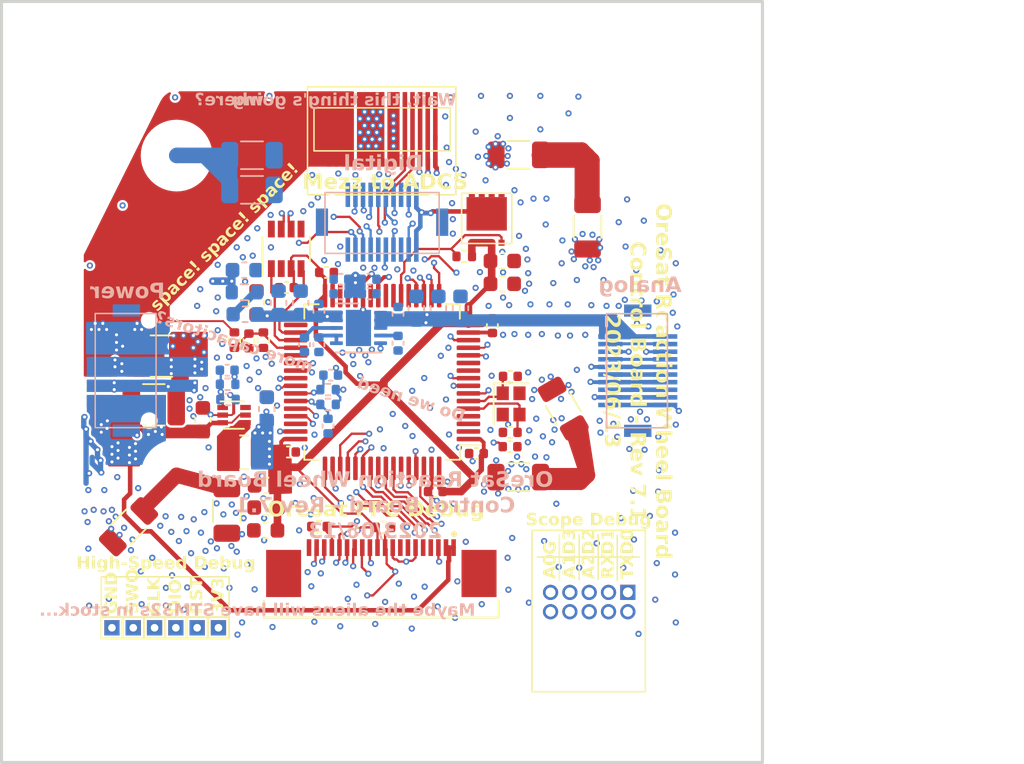
<source format=kicad_pcb>
(kicad_pcb (version 20221018) (generator pcbnew)
  (layers (0 "F.Cu" signal) (31 "B.Cu" signal) (34 "B.Paste" user) (35 "F.Paste" user) (36 "B.SilkS" user "B.Silkscreen") (37 "F.SilkS" user "F.Silkscreen") (38 "B.Mask" user) (39 "F.Mask" user) (44 "Edge.Cuts" user))
  (net 0 "")
  (footprint "Capacitor_SMD:C_0402_1005Metric" (layer "F.Cu") (at 106.2 104.7)
    (fp_text reference "C3" hide)
    (fp_text value "100n")
  )
  (footprint "rev-7-footprints:0555600307" (layer "F.Cu") (at 100 83.4)
    (fp_text reference "J1" hide)
    (fp_text value "MEZZ")
  )
  (footprint "Connector_PinHeader_1.27mm:PinHeader_2x05_P1.27mm_Horizontal" (layer "F.Cu") (at 116.15 113.825 -90)
    (fp_text reference "J7" hide)
    (fp_text value "PROBE")
  )
  (footprint "rev-7-footprints:J-TE_2-1734592-0" (layer "F.Cu") (at 99.95 112.582 180)
    (fp_text reference "J6" hide)
    (fp_text value "J-TE-Debug-2-1734592-0")
  )
  (footprint "Capacitor_SMD:C_0402_1005Metric" (layer "F.Cu") (at 108.43 99.63)
    (fp_text reference "C11" hide)
    (fp_text value "18p")
  )
  (footprint "Capacitor_SMD:C_0402_1005Metric" (layer "F.Cu") (at 108.42 103.31 180)
    (fp_text reference "C9" hide)
    (fp_text value "18p")
  )
  (footprint "Capacitor_SMD:C_1210_3225Metric" (layer "F.Cu") (at 85 101.5)
    (fp_text reference "C2" hide)
    (fp_text value "47u")
  )
  (footprint "Capacitor_SMD:C_0603_1608Metric" (layer "F.Cu") (at 92.425 101.775 -90)
    (fp_text reference "C12" hide)
    (fp_text value "22u")
  )
  (footprint "Capacitor_SMD:C_0603_1608Metric" (layer "F.Cu") (at 92.4 106.8)
    (fp_text reference "C14" hide)
    (fp_text value "4.7u")
  )
  (footprint "Capacitor_SMD:C_0402_1005Metric" (layer "F.Cu") (at 93.72 93.8 180)
    (fp_text reference "C36" hide)
    (fp_text value "100n")
  )
  (footprint "rev-7-footprints:SOT-23-8-Fixed" (layer "F.Cu") (at 93.7 91.25 90)
    (fp_text reference "U5" hide)
    (fp_text value "TCAN330")
  )
  (footprint "Capacitor_SMD:C_0402_1005Metric" (layer "F.Cu") (at 96.35 92.8 180)
    (fp_text reference "C27" hide)
    (fp_text value "100n")
  )
  (footprint "Capacitor_SMD:C_0402_1005Metric" (layer "F.Cu") (at 103.5 107.2)
    (fp_text reference "C32" hide)
    (fp_text value "100n")
  )
  (footprint "Crystal:Crystal_SMD_2016-4Pin_2.0x1.6mm" (layer "F.Cu") (at 108.48 101.44 -90)
    (fp_text reference "Y1" hide)
    (fp_text value "Crystal_GND24")
  )
  (footprint "Resistor_SMD:R_0402_1005Metric" (layer "F.Cu") (at 100.09 109.55)
    (fp_text reference "R6" hide)
    (fp_text value "10k")
  )
  (footprint "Inductor_SMD:L_1008_2520Metric" (layer "F.Cu") (at 90.925 104.625)
    (fp_text reference "L1" hide)
    (fp_text value "2.2u")
  )
  (footprint "Capacitor_SMD:C_0603_1608Metric" (layer "F.Cu") (at 107.9 92.05 180)
    (fp_text reference "C33" hide)
    (fp_text value "22u")
  )
  (footprint "TestPoint:TestPoint_THTPad_1.0x1.0mm_Drill0.5mm" (layer "F.Cu") (at 82.25 116.15)
    (fp_text reference "TP2" hide)
    (fp_text value "TestPoint_Alt")
  )
  (footprint "Capacitor_SMD:C_0603_1608Metric" (layer "F.Cu") (at 91.75 94.8 90)
    (fp_text reference "C7" hide)
    (fp_text value "10u")
  )
  (footprint "Resistor_SMD:R_0402_1005Metric" (layer "F.Cu") (at 95.85 109.5 180)
    (fp_text reference "R7" hide)
    (fp_text value "10k")
  )
  (footprint "NetTie:NetTie-2_SMD_Pad0.5mm" (layer "F.Cu") (at 90.25 101.55 90)
    (fp_text reference "NT3" hide)
    (fp_text value "NetTie_2")
  )
  (footprint "Capacitor_SMD:C_0402_1005Metric" (layer "F.Cu") (at 93.85 104.6 180)
    (fp_text reference "C29" hide)
    (fp_text value "100n")
  )
  (footprint "Capacitor_SMD:C_0402_1005Metric" (layer "F.Cu") (at 108.41 104.25)
    (fp_text reference "C19" hide)
    (fp_text value "100n")
  )
  (footprint "Package_TO_SOT_SMD:SOT-563" (layer "F.Cu") (at 90.275 102.175)
    (fp_text reference "U2" hide)
    (fp_text value "TLV62569DRL")
  )
  (footprint "Resistor_SMD:R_1206_3216Metric" (layer "F.Cu") (at 108.95 106.25 180)
    (fp_text reference "R16" hide)
    (fp_text value "THJP1206ABT1")
  )
  (footprint "Resistor_SMD:R_1206_3216Metric" (layer "F.Cu") (at 111.9 101.75 120)
    (fp_text reference "R13" hide)
    (fp_text value "THJP1206ABT1")
  )
  (footprint "TestPoint:TestPoint_THTPad_1.0x1.0mm_Drill0.5mm" (layer "F.Cu") (at 86.45 116.15)
    (fp_text reference "TP3" hide)
    (fp_text value "TestPoint_Alt")
  )
  (footprint "NetTie:NetTie-2_SMD_Pad0.5mm" (layer "F.Cu") (at 86.75 99.9 -90)
    (fp_text reference "NT2" hide)
    (fp_text value "NetTie_2")
  )
  (footprint "TestPoint:TestPoint_THTPad_1.0x1.0mm_Drill0.5mm" (layer "F.Cu") (at 87.85 116.15)
    (fp_text reference "TP5" hide)
    (fp_text value "TestPoint_Alt")
  )
  (footprint "Package_QFP:LQFP-64_10x10mm_P0.5mm" (layer "F.Cu") (at 99.999999 100 180)
    (fp_text reference "U3" hide)
    (fp_text value "STM32G474RET3")
  )
  (footprint "Resistor_SMD:R_1206_3216Metric" (layer "F.Cu") (at 89.8 108.475 -90)
    (fp_text reference "R18" hide)
    (fp_text value "THJP1206ABT1")
  )
  (footprint "TestPoint:TestPoint_THTPad_1.0x1.0mm_Drill0.5mm" (layer "F.Cu") (at 85.05 116.15)
    (fp_text reference "TP4" hide)
    (fp_text value "TestPoint_Alt")
  )
  (footprint "Capacitor_SMD:C_0402_1005Metric" (layer "F.Cu") (at 91.25 97.3 -90)
    (fp_text reference "C5" hide)
    (fp_text value "10p")
  )
  (footprint "Resistor_SMD:R_1206_3216Metric" (layer "F.Cu") (at 113.5 89.8 -90)
    (fp_text reference "R11" hide)
    (fp_text value "THJP1206ABT1")
  )
  (footprint "Capacitor_SMD:C_0603_1608Metric" (layer "F.Cu") (at 92.375 108.25)
    (fp_text reference "C30" hide)
    (fp_text value "22u")
  )
  (footprint "Resistor_SMD:R_1206_3216Metric" (layer "F.Cu") (at 83.340856 109.509144 -135)
    (fp_text reference "R14" hide)
    (fp_text value "THJP1206ABT1")
  )
  (footprint "Capacitor_SMD:C_0603_1608Metric" (layer "F.Cu") (at 107.9 93.55 180)
    (fp_text reference "C21" hide)
    (fp_text value "22u")
  )
  (footprint "rev-7-footprints:TSON-Advance" (layer "F.Cu") (at 106.875 89.25)
    (fp_text reference "Q1" hide)
    (fp_text value "TPN4R712MD,L1Q")
  )
  (footprint "Capacitor_SMD:C_0603_1608Metric" (layer "F.Cu") (at 88.225 102.475 90)
    (fp_text reference "C6" hide)
    (fp_text value "10u")
  )
  (footprint "TestPoint:TestPoint_THTPad_1.0x1.0mm_Drill0.5mm" (layer "F.Cu") (at 89.25 116.15)
    (fp_text reference "TP6" hide)
    (fp_text value "TestPoint_Alt")
  )
  (footprint "Capacitor_SMD:C_0603_1608Metric" (layer "F.Cu") (at 92.35 109.75)
    (fp_text reference "C31" hide)
    (fp_text value "22u")
  )
  (footprint "Resistor_SMD:R_1206_3216Metric" (layer "F.Cu") (at 108.95 85.075 180)
    (fp_text reference "R15" hide)
    (fp_text value "THJP1206ABT1")
  )
  (footprint "Resistor_SMD:R_0402_1005Metric" (layer "F.Cu") (at 90.3 97.25 -90)
    (fp_text reference "R2" hide)
    (fp_text value "5.1k/0.1%")
  )
  (footprint "TestPoint:TestPoint_THTPad_1.0x1.0mm_Drill0.5mm" (layer "F.Cu") (at 83.65 116.15)
    (fp_text reference "TP1" hide)
    (fp_text value "TestPoint_Alt")
  )
  (footprint "Resistor_SMD:R_0402_1005Metric" (layer "F.Cu") (at 92.2 97.25 90)
    (fp_text reference "R3" hide)
    (fp_text value "3.3k/0.1%")
  )
  (footprint "Resistor_SMD:R_0402_1005Metric" (layer "F.Cu") (at 105.4 91.75)
    (fp_text reference "R1" hide)
    (fp_text value "100k/1%")
  )
  (footprint "Capacitor_SMD:C_1210_3225Metric" (layer "F.Cu") (at 85.5 98.3)
    (fp_text reference "C1" hide)
    (fp_text value "47u")
  )
  (footprint "Capacitor_SMD:C_0402_1005Metric" (layer "F.Cu") (at 107.25 96.3 90)
    (fp_text reference "C23" hide)
    (fp_text value "100n")
  )
  (footprint "Resistor_SMD:R_0603_1608Metric" (layer "B.Cu") (at 90.95 94.1)
    (fp_text reference "R8" hide)
    (fp_text value "2.2")
  )
  (footprint "Capacitor_SMD:C_0402_1005Metric" (layer "B.Cu") (at 96.45 102.895 90)
    (fp_text reference "C34" hide)
    (fp_text value "1u")
  )
  (footprint "Capacitor_SMD:C_0603_1608Metric" (layer "B.Cu") (at 90.95 92.65)
    (fp_text reference "C4" hide)
    (fp_text value "10u")
  )
  (footprint "Capacitor_SMD:C_0402_1005Metric" (layer "B.Cu") (at 97.3 94.2 180)
    (fp_text reference "C24" hide)
    (fp_text value "10n")
  )
  (footprint "Capacitor_SMD:C_0402_1005Metric" (layer "B.Cu") (at 97.3 93.25 180)
    (fp_text reference "C20" hide)
    (fp_text value "1u")
  )
  (footprint "Capacitor_SMD:C_0402_1005Metric" (layer "B.Cu") (at 94.9 97.55 -90)
    (fp_text reference "C26" hide)
    (fp_text value "1u")
  )
  (footprint "Capacitor_SMD:C_0603_1608Metric" (layer "B.Cu") (at 92.425 101.775 -90)
    (fp_text reference "C13" hide)
    (fp_text value "22u")
  )
  (footprint "rev-7-footprints:10132798-021100LF" (layer "B.Cu") (at 100 89.5)
    (fp_text reference "J3" hide)
    (fp_text value "10132797-021100LF")
  )
  (footprint "Capacitor_SMD:C_0603_1608Metric" (layer "B.Cu") (at 105.15 95.15 -90)
    (fp_text reference "C17" hide)
    (fp_text value "22u")
  )
  (footprint "Capacitor_SMD:C_0603_1608Metric" (layer "B.Cu") (at 94.65 94.8 90)
    (fp_text reference "C10" hide)
    (fp_text value "10u")
  )
  (footprint "Resistor_SMD:R_0402_1005Metric" (layer "B.Cu") (at 96.45 100.5)
    (fp_text reference "R4" hide)
    (fp_text value "100k/1%")
  )
  (footprint "Capacitor_SMD:C_0603_1608Metric" (layer "B.Cu") (at 102.25 95.15 -90)
    (fp_text reference "C15" hide)
    (fp_text value "22u")
  )
  (footprint "Capacitor_SMD:C_0402_1005Metric" (layer "B.Cu") (at 89.825 99.225 180)
    (fp_text reference "C18" hide)
    (fp_text value "DNP")
  )
  (footprint "Capacitor_SMD:C_0402_1005Metric" (layer "B.Cu") (at 99.15 93.25 180)
    (fp_text reference "C35" hide)
    (fp_text value "10n")
  )
  (footprint "Resistor_SMD:R_1206_3216Metric" (layer "B.Cu") (at 91.45 87.375)
    (fp_text reference "R17" hide)
    (fp_text value "THJP1206ABT1")
  )
  (footprint "Capacitor_SMD:C_0402_1005Metric" (layer "B.Cu") (at 96.625 99.55 180)
    (fp_text reference "C39" hide)
    (fp_text value "1u")
  )
  (footprint "Capacitor_SMD:C_0402_1005Metric" (layer "B.Cu") (at 95.85 95.35 90)
    (fp_text reference "C22" hide)
    (fp_text value "100n")
  )
  (footprint "Resistor_SMD:R_0402_1005Metric" (layer "B.Cu") (at 89.875 101.15 180)
    (fp_text reference "R10" hide)
    (fp_text value "100k/1%")
  )
  (footprint "Resistor_SMD:R_0402_1005Metric" (layer "B.Cu") (at 96.45 101.475 180)
    (fp_text reference "R5" hide)
    (fp_text value "100k/1%")
  )
  (footprint "Capacitor_SMD:C_0402_1005Metric" (layer "B.Cu") (at 95.85 97.55 -90)
    (fp_text reference "C28" hide)
    (fp_text value "1u")
  )
  (footprint "Capacitor_SMD:C_0402_1005Metric" (layer "B.Cu") (at 101.05 97.45 -90)
    (fp_text reference "C25" hide)
    (fp_text value "1u")
  )
  (footprint "Resistor_SMD:R_0402_1005Metric" (layer "B.Cu") (at 89.85 100.15)
    (fp_text reference "R9" hide)
    (fp_text value "442k/1%")
  )
  (footprint "Capacitor_SMD:C_0402_1005Metric" (layer "B.Cu") (at 99.15 94.2 180)
    (fp_text reference "C37" hide)
    (fp_text value "1u")
  )
  (footprint "Capacitor_SMD:C_0603_1608Metric" (layer "B.Cu") (at 103.7 95.15 -90)
    (fp_text reference "C16" hide)
    (fp_text value "22u")
  )
  (footprint "Capacitor_SMD:C_0402_1005Metric" (layer "B.Cu") (at 101.05 95.55 -90)
    (fp_text reference "C38" hide)
    (fp_text value "100n")
  )
  (footprint "rev-7-footprints:10132798-021100LF" (layer "B.Cu") (at 116.8 99.26 -90)
    (fp_text reference "J4" hide)
    (fp_text value "10132797-021100LF")
  )
  (footprint "Capacitor_SMD:C_0603_1608Metric" (layer "B.Cu") (at 93.2 94.8 90)
    (fp_text reference "C8" hide)
    (fp_text value "10u")
  )
  (footprint "Inductor_SMD:L_0603_1608Metric" (layer "B.Cu") (at 91 95.55)
    (fp_text reference "FB1" hide)
    (fp_text value "MPZ1608B471ATA00")
  )
  (footprint "rev-7-footprints:10132798-021100LF" (layer "B.Cu") (at 83.2 99.25 -90)
    (fp_text reference "J2" hide)
    (fp_text value "10132797-021100LF")
  )
  (footprint "Package_DFN_QFN:DFN-10-1EP_3x3mm_P0.5mm_EP1.65x2.38mm" (layer "B.Cu") (at 98.45 96.45 180)
    (fp_text reference "U1" hide)
    (fp_text value "ADP7156ACPZ")
  )
  (footprint "Resistor_SMD:R_1206_3216Metric" (layer "B.Cu") (at 91.45 85.1)
    (fp_text reference "R12" hide)
    (fp_text value "THJP1206ABT1")
  )
  (gr_rect (start 81.55 112.8) (end 89.95 116.85) (stroke (width 0.1)) (fill none) (layer "F.SilkS"))
  (gr_line (start 114.2 112.975) (end 114.2 110.025) (stroke (width 0.1)) (layer "F.SilkS"))
  (gr_rect (start 95.1 80.6) (end 104.85 87.7) (stroke (width 0.1)) (fill none) (layer "F.SilkS"))
  (gr_line (start 112.95 113) (end 112.95 110.05) (stroke (width 0.1)) (layer "F.SilkS"))
  (gr_line (start 111.65 113) (end 111.65 110.05) (stroke (width 0.1)) (layer "F.SilkS"))
  (gr_line (start 110.2 111.5) (end 116.9 111.5) (stroke (width 0.1)) (layer "F.SilkS"))
  (gr_line (start 115.45 113.025) (end 115.45 110.075) (stroke (width 0.1)) (layer "F.SilkS"))
  (gr_rect (start 109.85 109.75) (end 117.3 120.35) (stroke (width 0.1)) (fill none) (layer "F.SilkS"))
  (gr_rect (start 74.995 75) (end 124.995 125) (stroke (width 0.2)) (fill none) (layer "Edge.Cuts"))
  (gr_text "Maybe the aliens will have STM32s in stock..." (at 91.8 115.025) (layer "B.SilkS") (effects (font (size 0.8 0.8) (thickness 0.2) bold) (justify mirror)))
  (gr_text "where?" (at 89.951203 81.48994) (layer "B.SilkS") (effects (font (size 0.8 0.8) (thickness 0.2) bold italic) (justify mirror)))
  (gr_text "Digital" (at 100.075 85.675) (layer "B.SilkS") (effects (font (size 1 1) (thickness 0.2) bold) (justify mirror)))
  (gr_text "Wait, this thing's going" (at 97.525 81.5) (layer "B.SilkS") (effects (font (size 0.8 0.8) (thickness 0.2) bold) (justify mirror)))
  (gr_text "Power" (at 83.275 94.075) (layer "B.SilkS") (effects (font (size 1 1) (thickness 0.2) bold) (justify mirror)))
  (gr_text "Analog" (at 116.95 93.675) (layer "B.SilkS") (effects (font (size 1 1) (thickness 0.2) bold) (justify mirror)))
  (gr_text "Do we need        more capacitors?" (at 95.275 99.025 -18) (layer "B.SilkS") (effects (font (size 0.8 0.8) (thickness 0.2) bold) (justify mirror)))
  (gr_text "OreSat Reaction Wheel Board\nControl Board - Rev 7.1\n2023/06/13" (at 99.55 108.15) (layer "B.SilkS") (effects (font (size 1 1) (thickness 0.2) bold) (justify mirror)))
  (gr_text "Mezz to ADCS" (at 100.2 86.9) (layer "F.SilkS") (effects (font (size 1 1) (thickness 0.16) bold)))
  (gr_text "A1" (at 112.34 112.95 90) (layer "F.SilkS") (effects (font (size 0.8 0.8) (thickness 0.2) bold) (justify left)))
  (gr_text "A0" (at 111.07 112.95 90) (layer "F.SilkS") (effects (font (size 0.8 0.8) (thickness 0.2) bold) (justify left)))
  (gr_text "D0" (at 116.15 111.35 90) (layer "F.SilkS") (effects (font (size 0.8 0.8) (thickness 0.2) bold) (justify left)))
  (gr_text "RX" (at 114.88 112.95 90) (layer "F.SilkS") (effects (font (size 0.8 0.8) (thickness 0.2) bold) (justify left)))
  (gr_text "OreSat Reaction Wheel Board\nControl Board - Rev 7.1\n2023/06/13" (at 116.75 99.95 -90) (layer "F.SilkS") (effects (font (size 1 1) (thickness 0.16) bold)))
  (gr_text "CLK" (at 85.05 115.25 90) (layer "F.SilkS") (effects (font (size 0.8 0.8) (thickness 0.16) bold) (justify left)))
  (gr_text "SWO" (at 83.65 115.25 90) (layer "F.SilkS") (effects (font (size 0.8 0.8) (thickness 0.2) bold) (justify left)))
  (gr_text "GND" (at 82.25 115.25 90) (layer "F.SilkS") (effects (font (size 0.8 0.8) (thickness 0.2) bold) (justify left)))
  (gr_text "D2" (at 113.61 111.35 90) (layer "F.SilkS") (effects (font (size 0.8 0.8) (thickness 0.2) bold) (justify left)))
  (gr_text "High-Speed Debug" (at 85.8 112.4) (layer "F.SilkS") (effects (font (size 0.8 0.8) (thickness 0.2) bold) (justify bottom)))
  (gr_text "A2" (at 113.61 112.95 90) (layer "F.SilkS") (effects (font (size 0.8 0.8) (thickness 0.2) bold) (justify left)))
  (gr_text "Scope Debug" (at 113.575 109.55) (layer "F.SilkS") (effects (font (size 0.8 0.8) (thickness 0.2) bold) (justify bottom)))
  (gr_text "TX" (at 116.15 112.95 90) (layer "F.SilkS") (effects (font (size 0.8 0.8) (thickness 0.2) bold) (justify left)))
  (gr_text "space! space! space!" (at 90 90.825 45) (layer "F.SilkS") (effects (font (size 0.8 0.8) (thickness 0.2) bold) (justify bottom)))
  (gr_text "3V3" (at 89.25 115.25 90) (layer "F.SilkS") (effects (font (size 0.8 0.8) (thickness 0.2) bold) (justify left)))
  (gr_text "G" (at 111.07 111.35 90) (layer "F.SilkS") (effects (font (size 0.8 0.8) (thickness 0.2) bold) (justify left)))
  (gr_text "D1" (at 114.88 111.35 90) (layer "F.SilkS") (effects (font (size 0.8 0.8) (thickness 0.2) bold) (justify left)))
  (gr_text "Oresat FFC Debug" (at 99.6 109) (layer "F.SilkS") (effects (font (size 1 1) (thickness 0.25) bold) (justify bottom)))
  (gr_text "D3" (at 112.34 111.35 90) (layer "F.SilkS") (effects (font (size 0.8 0.8) (thickness 0.2) bold) (justify left)))
  (gr_text "DIO" (at 86.45 115.25 90) (layer "F.SilkS") (effects (font (size 0.8 0.8) (thickness 0.2) bold) (justify left)))
  (gr_text "RST" (at 87.85 115.25 90) (layer "F.SilkS") (effects (font (size 0.8 0.8) (thickness 0.2) bold) (justify left)))
  (segment (start 103.7 111.75) (end 103.75 111.8) (width 0.1524) (layer "F.Cu") (net 0))
  (segment (start 103.08 93.121456) (end 103.249999 93.291455) (width 0.1524) (layer "F.Cu") (net 0))
  (segment (start 94.025 89.95) (end 94.025 89.625) (width 0.1524) (layer "F.Cu") (net 0))
  (segment (start 107.93 100.74) (end 107.93 99.65) (width 0.1524) (layer "F.Cu") (net 0))
  (segment (start 99.680282 108.1462) (end 100.142041 108.607959) (width 0.1524) (layer "F.Cu") (net 0))
  (segment (start 105.674999 95.000001) (end 105.674999 96.1976) (width 0.5) (layer "F.Cu") (net 0))
  (segment (start 102.5995 109.011604) (end 101.440736 107.85284) (width 0.1524) (layer "F.Cu") (net 0))
  (segment (start 102.148446 109.429498) (end 102.148446 109.901554) (width 0.1524) (layer "F.Cu") (net 0))
  (segment (start 93.125 105.775) (end 93.3 105.6) (width 0.5) (layer "F.Cu") (net 0))
  (segment (start 100.9606 111.6606) (end 100.8214 111.6606) (width 0.1524) (layer "F.Cu") (net 0))
  (segment (start 103.032966 91.93763) (end 103.235842 91.734754) (width 0.1524) (layer "F.Cu") (net 0))
  (segment (start 107.7024 90.35) (end 107.85 90.4976) (width 0.1524) (layer "F.Cu") (net 0))
  (segment (start 94.2 93.8) (end 94.2 92.725) (width 0.1524) (layer "F.Cu") (net 0))
  (segment (start 107.125 90.925) (end 107.2 90.85) (width 0.3) (layer "F.Cu") (net 0))
  (segment (start 100.118552 99.951448) (end 100.118552 100.375) (width 0.5) (layer "F.Cu") (net 0))
  (segment (start 102.455557 86.202552) (end 102.5 86.158109) (width 0.1524) (layer "F.Cu") (net 0))
  (segment (start 84.100382 104.05) (end 84.65 103.500382) (width 0.35) (layer "F.Cu") (net 0))
  (segment (start 100.301322 108.76724) (end 100.553826 108.76724) (width 0.1524) (layer "F.Cu") (net 0))
  (segment (start 101.221336 106.81144) (end 101.249999 106.782777) (width 0.1524) (layer "F.Cu") (net 0))
  (segment (start 95.315899 102.554505) (end 95.011394 102.25) (width 0.127) (layer "F.Cu") (net 0))
  (segment (start 105.674999 95.000001) (end 107.125 93.55) (width 0.3) (layer "F.Cu") (net 0))
  (segment (start 97.749999 94.325) (end 97.749999 93.500001) (width 0.25) (layer "F.Cu") (net 0))
  (segment (start 103.749999 92.849999) (end 103.749999 94.325) (width 0.1524) (layer "F.Cu") (net 0))
  (segment (start 89.999609 114.999609) (end 84.8125 109.8125) (width 0.3) (layer "F.Cu") (net 0))
  (segment (start 110.675 84.75) (end 113.126921 84.75) (width 1) (layer "F.Cu") (net 0))
  (segment (start 102.5114 107.522679) (end 102.5114 106.877321) (width 0.1524) (layer "F.Cu") (net 0))
  (segment (start 96.36 109.8396) (end 96.36 109.5) (width 0.1524) (layer "F.Cu") (net 0))
  (segment (start 113.15 87.9875) (end 113.5 88.3375) (width 1) (layer "F.Cu") (net 0))
  (segment (start 93.862941 89.462941) (end 93.862941 89.043898) (width 0.1524) (layer "F.Cu") (net 0))
  (segment (start 113.8 85.423079) (end 113.5 85.123079) (width 1) (layer "F.Cu") (net 0))
  (segment (start 98.673732 110.908268) (end 98.7 110.882) (width 0.1524) (layer "F.Cu") (net 0))
  (segment (start 89.525 102.175) (end 88.760275 102.175) (width 0.127) (layer "F.Cu") (net 0))
  (segment (start 103.749999 106.969999) (end 103.98 107.2) (width 0.25) (layer "F.Cu") (net 0))
  (segment (start 107.33 103.98) (end 107.66 103.98) (width 0.1524) (layer "F.Cu") (net 0))
  (segment (start 107.125 93.55) (end 107.125 92.05) (width 0.3) (layer "F.Cu") (net 0))
  (segment (start 101.9892 111.75) (end 102.2 111.5392) (width 0.1524) (layer "F.Cu") (net 0))
  (segment (start 104.35 111.8) (end 104.35 113) (width 0.3) (layer "F.Cu") (net 0))
  (segment (start 113.473079 106.15) (end 113.5 106.123079) (width 1) (layer "F.Cu") (net 0))
  (segment (start 98.907547 103.90291) (end 98.47648 103.90291) (width 0.1524) (layer "F.Cu") (net 0))
  (segment (start 91.025 102.175) (end 90.625 102.175) (width 0.127) (layer "F.Cu") (net 0))
  (segment (start 100.866304 112.454306) (end 100.643798 112.2318) (width 0.1524) (layer "F.Cu") (net 0))
  (segment (start 109.03 101.5376) (end 108.911 101.4186) (width 0.1524) (layer "F.Cu") (net 0))
  (segment (start 93.25 97.25) (end 94.324999 97.25) (width 0.1524) (layer "F.Cu") (net 0))
  (segment (start 104.4 111.75) (end 104.35 111.8) (width 0.3) (layer "F.Cu") (net 0))
  (segment (start 105.674999 96.75) (end 107.22 96.75) (width 0.25) (layer "F.Cu") (net 0))
  (segment (start 93.55 103.75) (end 93.37 103.93) (width 0.25) (layer "F.Cu") (net 0))
  (segment (start 107.2 90.85) (end 105.9 90.85) (width 0.5) (layer "F.Cu") (net 0))
  (segment (start 103.249999 106.970001) (end 103.02 107.2) (width 0.25) (layer "F.Cu") (net 0))
  (segment (start 84.65 103.500382) (end 84.65 103.45) (width 0.35) (layer "F.Cu") (net 0))
  (segment (start 106.125 106.275) (end 106.018552 106.275) (width 0.5) (layer "F.Cu") (net 0))
  (segment (start 107.2 93.475) (end 107.125 93.55) (width 0.5) (layer "F.Cu") (net 0))
  (segment (start 103.235842 91.734754) (end 103.724754 91.734754) (width 0.1524) (layer "F.Cu") (net 0))
  (segment (start 101.181388 108.46244) (end 102.148446 109.429498) (width 0.1524) (layer "F.Cu") (net 0))
  (segment (start 103.214971 108.22625) (end 102.5114 107.522679) (width 0.1524) (layer "F.Cu") (net 0))
  (segment (start 90.275 101.105477) (end 90.026799 100.857276) (width 0.1524) (layer "F.Cu") (net 0))
  (segment (start 98 103.4) (end 97.249999 104.150001) (width 0.1524) (layer "F.Cu") (net 0))
  (segment (start 100.118552 99.951448) (end 99.958335 100.111665) (width 0.3) (layer "F.Cu") (net 0))
  (segment (start 89.8 107.0125) (end 86.5 106.123079) (width 1) (layer "F.Cu") (net 0))
  (segment (start 100.643798 112.2318) (end 100.5818 112.2318) (width 0.1524) (layer "F.Cu") (net 0))
  (segment (start 88.225 103.25) (end 88.78 102.695) (width 0.3) (layer "F.Cu") (net 0))
  (segment (start 103.402077 108.839973) (end 103.244871 108.682767) (width 0.1524) (layer "F.Cu") (net 0))
  (segment (start 88.78 102.695) (end 89.525 102.695) (width 0.3) (layer "F.Cu") (net 0))
  (segment (start 93.37 103.93) (end 93.37 104.6) (width 0.25) (layer "F.Cu") (net 0))
  (segment (start 95.65 97.035027) (end 95.65 94.924999) (width 0.3) (layer "F.Cu") (net 0))
  (segment (start 95.51364 100.697063) (end 95.460703 100.75) (width 0.127) (layer "F.Cu") (net 0))
  (segment (start 106.67 101.75) (end 105.674999 101.75) (width 0.1524) (layer "F.Cu") (net 0))
  (segment (start 92.425 102.55) (end 92.425 101.975) (width 0.1524) (layer "F.Cu") (net 0))
  (segment (start 103.749999 105.675) (end 103.749999 106.969999) (width 0.25) (layer "F.Cu") (net 0))
  (segment (start 103.132767 108.682767) (end 101.69324 107.24324) (width 0.1524) (layer "F.Cu") (net 0))
  (segment (start 100.142041 108.607959) (end 100.301322 108.76724) (width 0.1524) (layer "F.Cu") (net 0))
  (segment (start 99.58 109.55) (end 98.68 108.65) (width 0.1524) (layer "F.Cu") (net 0))
  (segment (start 94.025 89.625) (end 93.862941 89.462941) (width 0.1524) (layer "F.Cu") (net 0))
  (segment (start 105.674999 100.25) (end 104.7 100.25) (width 0.1524) (layer "F.Cu") (net 0))
  (segment (start 103.249999 93.291455) (end 103.249999 94.325) (width 0.1524) (layer "F.Cu") (net 0))
  (segment (start 98.749999 93.468722) (end 99.321128 92.897593) (width 0.25) (layer "F.Cu") (net 0))
  (segment (start 106.525 104.855) (end 106.525 105.768552) (width 0.35) (layer "F.Cu") (net 0))
  (segment (start 93.537059 89.462941) (end 93.537059 89.043898) (width 0.1524) (layer "F.Cu") (net 0))
  (segment (start 101.055136 108.76724) (end 101.368948 109.081052) (width 0.1524) (layer "F.Cu") (net 0))
  (segment (start 101.5861 111.8) (end 101.6361 111.75) (width 0.1524) (layer "F.Cu") (net 0))
  (segment (start 97.749999 104.629391) (end 97.749999 105.675) (width 0.1524) (layer "F.Cu") (net 0))
  (segment (start 100.142041 108.607959) (end 100.292041 108.757959) (width 0.1524) (layer "F.Cu") (net 0))
  (segment (start 105.2 107.2) (end 106.125 106.275) (width 0.5) (layer "F.Cu") (net 0))
  (segment (start 113.5 85.123079) (end 113.15 85.473079) (width 1) (layer "F.Cu") (net 0))
  (segment (start 94.324999 96.75) (end 93.45 96.75) (width 0.1524) (layer "F.Cu") (net 0))
  (segment (start 96.2 111.655617) (end 96.059066 111.796551) (width 0.1524) (layer "F.Cu") (net 0))
  (segment (start 103.010059 86.267584) (end 103.010059 85.360059) (width 0.3) (layer "F.Cu") (net 0))
  (segment (start 90.625 102.175) (end 90.125 102.675) (width 0.127) (layer "F.Cu") (net 0))
  (segment (start 95.657866 102.22982) (end 95.178046 101.75) (width 0.127) (layer "F.Cu") (net 0))
  (segment (start 103 83.275) (end 103 85.35) (width 0.3) (layer "F.Cu") (net 0))
  (segment (start 100.80633 107.54804) (end 100.249999 106.991709) (width 0.1524) (layer "F.Cu") (net 0))
  (segment (start 95.460703 100.75) (end 94.324999 100.75) (width 0.127) (layer "F.Cu") (net 0))
  (segment (start 101.30764 108.15764) (end 102.8 109.65) (width 0.1524) (layer "F.Cu") (net 0))
  (segment (start 106.738948 101.25) (end 107.013943 100.975005) (width 0.1524) (layer "F.Cu") (net 0))
  (segment (start 94.324999 103.75) (end 93.55 103.75) (width 0.25) (layer "F.Cu") (net 0))
  (segment (start 97.861575 89.14952) (end 96.81894 89.14952) (width 0.1524) (layer "F.Cu") (net 0))
  (segment (start 95.011394 102.25) (end 94.324999 102.25) (width 0.127) (layer "F.Cu") (net 0))
  (segment (start 95.0572 91.7) (end 95.87 92.5128) (width 0.1524) (layer "F.Cu") (net 0))
  (segment (start 98.025 93.25) (end 98 93.25) (width 0.25) (layer "F.Cu") (net 0))
  (segment (start 101.249999 94.325) (end 101.249999 92.960659) (width 0.1524) (layer "F.Cu") (net 0))
  (segment (start 104.74 97.25) (end 105.674999 97.25) (width 0.1524) (layer "F.Cu") (net 0))
  (segment (start 108.911 101.4186) (end 107.0014 101.4186) (width 0.1524) (layer "F.Cu") (net 0))
  (segment (start 106.592461 96.15) (end 106.92 96.15) (width 0.35) (layer "F.Cu") (net 0))
  (segment (start 107.2 90.85) (end 107.2 93.475) (width 0.5) (layer "F.Cu") (net 0))
  (segment (start 100.6 109.55) (end 100.2 109.95) (width 0.1524) (layer "F.Cu") (net 0))
  (segment (start 102 81.45) (end 102 85.35) (width 0.3) (layer "F.Cu") (net 0))
  (segment (start 95.7 110.882) (end 95.627266 110.954734) (width 0.1524) (layer "F.Cu") (net 0))
  (segment (start 92.2 96.85) (end 92.2 96.74) (width 0.1524) (layer "F.Cu") (net 0))
  (segment (start 98.426313 108.1462) (end 99.15 108.1462) (width 0.1524) (layer "F.Cu") (net 0))
  (segment (start 99.7 110.882) (end 99.7 109.67) (width 0.1524) (layer "F.Cu") (net 0))
  (segment (start 103.5 84.15) (end 103.5 81.45) (width 0.3) (layer "F.Cu") (net 0))
  (segment (start 103.244871 108.682767) (end 103.132767 108.682767) (width 0.1524) (layer "F.Cu") (net 0))
  (segment (start 99.571142 107.2318) (end 99.249999 106.910657) (width 0.1524) (layer "F.Cu") (net 0))
  (segment (start 103.118619 108.987567) (end 103.006515 108.987567) (width 0.1524) (layer "F.Cu") (net 0))
  (segment (start 98.529512 90.100708) (end 98.529512 89.817457) (width 0.1524) (layer "F.Cu") (net 0))
  (segment (start 102.5995 109.012459) (end 102.5995 109.011604) (width 0.1524) (layer "F.Cu") (net 0))
  (segment (start 98.68 108.65) (end 97.375442 108.65) (width 0.1524) (layer "F.Cu") (net 0))
  (segment (start 101.46 92.13) (end 102.33 91.26) (width 0.1524) (layer "F.Cu") (net 0))
  (segment (start 105.674999 101.25) (end 106.738948 101.25) (width 0.1524) (layer "F.Cu") (net 0))
  (segment (start 100.059038 107.2318) (end 99.571142 107.2318) (width 0.1524) (layer "F.Cu") (net 0))
  (segment (start 95.65 94.924999) (end 96.249999 94.325) (width 0.3) (layer "F.Cu") (net 0))
  (segment (start 83.447487 107.325) (end 83.447487 104.652513) (width 0.3) (layer "F.Cu") (net 0))
  (segment (start 102.749999 93.402113) (end 102.749999 94.325) (width 0.1524) (layer "F.Cu") (net 0))
  (segment (start 103.449752 109.3187) (end 103.118619 108.987567) (width 0.1524) (layer "F.Cu") (net 0))
  (segment (start 84.8125 109.8125) (end 84.1375 109.8125) (width 0.3) (layer "F.Cu") (net 0))
  (segment (start 94.324999 99.25) (end 95.273237 99.25) (width 0.127) (layer "F.Cu") (net 0))
  (segment (start 103.45 109.75) (end 102.992367 109.292367) (width 0.1524) (layer "F.Cu") (net 0))
  (segment (start 100.932582 107.24324) (end 100.749999 107.060657) (width 0.1524) (layer "F.Cu") (net 0))
  (segment (start 102.5 85.35) (end 102.5 81.45) (width 0.3) (layer "F.Cu") (net 0))
  (segment (start 96.749999 105.675) (end 96.749999 106.799999) (width 0.1524) (layer "F.Cu") (net 0))
  (segment (start 90.3 96.74) (end 89.56 96) (width 0.127) (layer "F.Cu") (net 0))
  (segment (start 93.3 99.7838) (end 93.3338 99.75) (width 0.127) (layer "F.Cu") (net 0))
  (segment (start 97.2 111.653116) (end 96.979864 111.873252) (width 0.1524) (layer "F.Cu") (net 0))
  (segment (start 98.303358 107.234982) (end 98.909776 107.8414) (width 0.1524) (layer "F.Cu") (net 0))
  (segment (start 93.192638 100.380115) (end 93.441173 100.380115) (width 0.127) (layer "F.Cu") (net 0))
  (segment (start 97.2 110.882) (end 97.2 111.653116) (width 0.1524) (layer "F.Cu") (net 0))
  (segment (start 95.445351 98.75) (end 95.459974 98.764623) (width 0.127) (layer "F.Cu") (net 0))
  (segment (start 99.7495 87.821848) (end 101.5 86.071348) (width 0.1524) (layer "F.Cu") (net 0))
  (segment (start 102 86.0024) (end 102 85.35) (width 0.1524) (layer "F.Cu") (net 0))
  (segment (start 99.749999 106.799999) (end 99.75 106.8) (width 0.1524) (layer "F.Cu") (net 0))
  (segment (start 101.46 92.750658) (end 101.46 92.13) (width 0.1524) (layer "F.Cu") (net 0))
  (segment (start 99.7 109.67) (end 99.58 109.55) (width 0.1524) (layer "F.Cu") (net 0))
  (segment (start 97.6044 98.9794) (end 97.2006 98.5756) (width 0.3) (layer "F.Cu") (net 0))
  (segment (start 113.8 87.975) (end 113.8 85.423079) (width 1) (layer "F.Cu") (net 0))
  (segment (start 95.178046 101.75) (end 94.324999 101.75) (width 0.127) (layer "F.Cu") (net 0))
  (segment (start 102.33 91.26) (end 104.54 91.26) (width 0.1524) (layer "F.Cu") (net 0))
  (segment (start 84.333363 108.316637) (end 84.333363 108.289716) (width 1) (layer "F.Cu") (net 0))
  (segment (start 99.15 108.1462) (end 99.680282 108.1462) (width 0.1524) (layer "F.Cu") (net 0))
  (segment (start 99.2687 111.9) (end 99.2 111.8313) (width 0.1524) (layer "F.Cu") (net 0))
  (segment (start 100.3 111.95) (end 100.3 110.982) (width 0.1524) (layer "F.Cu") (net 0))
  (segment (start 93.2548 95.6952) (end 94.85 94.1) (width 0.1524) (layer "F.Cu") (net 0))
  (segment (start 99.82 89.776123) (end 99.7495 89.705623) (width 0.1524) (layer "F.Cu") (net 0))
  (segment (start 95.627266 110.954734) (end 95.627266 111.846433) (width 0.1524) (layer "F.Cu") (net 0))
  (segment (start 104.65 99.75) (end 104.5 99.6) (width 0.1524) (layer "F.Cu") (net 0))
  (segment (start 96.7 110.882) (end 96.7 110.1796) (width 0.1524) (layer "F.Cu") (net 0))
  (segment (start 102.488 93.140114) (end 102.749999 93.402113) (width 0.1524) (layer "F.Cu") (net 0))
  (segment (start 93.862941 89.043898) (end 93.989941 88.916898) (width 0.1524) (layer "F.Cu") (net 0))
  (segment (start 103.010059 85.360059) (end 103 85.35) (width 0.3) (layer "F.Cu") (net 0))
  (segment (start 95.273237 99.25) (end 95.38967 99.366433) (width 0.127) (layer "F.Cu") (net 0))
  (segment (start 102.8 109.65) (end 102.8 109.724167) (width 0.1524) (layer "F.Cu") (net 0))
  (segment (start 98.529512 89.817457) (end 97.861575 89.14952) (width 0.1524) (layer "F.Cu") (net 0))
  (segment (start 103 81.45) (end 103 83.275) (width 0.3) (layer "F.Cu") (net 0))
  (segment (start 91.825 95.65) (end 91.75 95.575) (width 0.5) (layer "F.Cu") (net 0))
  (segment (start 100.1813 87.8211) (end 102 86.0024) (width 0.1524) (layer "F.Cu") (net 0))
  (segment (start 93.3338 99.75) (end 94.324999 99.75) (width 0.127) (layer "F.Cu") (net 0))
  (segment (start 95.455099 102.75) (end 95.315899 102.6108) (width 0.127) (layer "F.Cu") (net 0))
  (segment (start 107.125 92.05) (end 107.125 90.925) (width 0.3) (layer "F.Cu") (net 0))
  (segment (start 107.694995 100.975005) (end 107.93 100.74) (width 0.1524) (layer "F.Cu") (net 0))
  (segment (start 99.3 104.3) (end 98.749999 104.850001) (width 0.1524) (layer "F.Cu") (net 0))
  (segment (start 99.58 109.55) (end 98.6 109.55) (width 0.1524) (layer "F.Cu") (net 0))
  (segment (start 99.824926 90.123337) (end 99.82 90.118411) (width 0.1524) (layer "F.Cu") (net 0))
  (segment (start 103.02 107.229336) (end 103.585114 107.79445) (width 0.1524) (layer "F.Cu") (net 0))
  (segment (start 113.5 106.123079) (end 113.025 103.025) (width 1) (layer "F.Cu") (net 0))
  (segment (start 90.31 97.76) (end 91.25 96.82) (width 0.1524) (layer "F.Cu") (net 0))
  (segment (start 104.89 91.61) (end 104.54 91.26) (width 0.1524) (layer "F.Cu") (net 0))
  (segment (start 92.725 92.55) (end 92.725 94.116279) (width 0.1524) (layer "F.Cu") (net 0))
  (segment (start 94.1726 91.7) (end 95.0572 91.7) (width 0.1524) (layer "F.Cu") (net 0))
  (segment (start 104.8 92.81) (end 104.8869 92.81) (width 0.1524) (layer "F.Cu") (net 0))
  (segment (start 106.68 104.7) (end 106.68 103.98) (width 0.25) (layer "F.Cu") (net 0))
  (segment (start 102.5 86.158109) (end 102.5 85.35) (width 0.1524) (layer "F.Cu") (net 0))
  (segment (start 107.66 103.98) (end 107.93 104.25) (width 0.1524) (layer "F.Cu") (net 0))
  (segment (start 106.75 98.25) (end 106.825 98.325) (width 0.127) (layer "F.Cu") (net 0))
  (segment (start 93.175 104.795) (end 93.37 104.6) (width 0.5) (layer "F.Cu") (net 0))
  (segment (start 94.55 105.6) (end 94.5 105.6) (width 0.5) (layer "F.Cu") (net 0))
  (segment (start 110.4125 106.25) (end 110.7625 106.6) (width 1) (layer "F.Cu") (net 0))
  (segment (start 95.362454 101.2838) (end 95.328654 101.25) (width 0.127) (layer "F.Cu") (net 0))
  (segment (start 103.904309 109.3187) (end 103.449752 109.3187) (width 0.1524) (layer "F.Cu") (net 0))
  (segment (start 101.5 86.071348) (end 101.5 85.35) (width 0.1524) (layer "F.Cu") (net 0))
  (segment (start 99.932786 107.5366) (end 100.553826 108.15764) (width 0.1524) (layer "F.Cu") (net 0))
  (segment (start 103.006515 108.987567) (end 101.566988 107.54804) (width 0.1524) (layer "F.Cu") (net 0))
  (segment (start 93.441173 100.380115) (end 93.571288 100.25) (width 0.127) (layer "F.Cu") (net 0))
  (segment (start 107.93 99.65) (end 107.95 99.63) (width 0.1524) (layer "F.Cu") (net 0))
  (segment (start 99.958335 100.111665) (end 98.346638 100.111665) (width 0.3) (layer "F.Cu") (net 0))
  (segment (start 82.297487 104.602513) (end 82.35 104.55) (width 0.3) (layer "F.Cu") (net 0))
  (segment (start 106.786115 100.75) (end 106.99291 100.543205) (width 0.1524) (layer "F.Cu") (net 0))
  (segment (start 98.346638 100.111665) (end 97.6044 99.369427) (width 0.3) (layer "F.Cu") (net 0))
  (segment (start 90.125 102.175) (end 90.25 102.05) (width 0.127) (layer "F.Cu") (net 0))
  (segment (start 92.425 101.975) (end 92.4 101.95) (width 0.1524) (layer "F.Cu") (net 0))
  (segment (start 106.725 97.75) (end 106.925 97.55) (width 0.127) (layer "F.Cu") (net 0))
  (segment (start 94.85 94.1) (end 94.85 92.725) (width 0.1524) (layer "F.Cu") (net 0))
  (segment (start 103.194898 88.9) (end 103.300498 88.7944) (width 0.3) (layer "F.Cu") (net 0))
  (segment (start 102.350391 114.999609) (end 89.999609 114.999609) (width 0.3) (layer "F.Cu") (net 0))
  (segment (start 94.85 92.725) (end 94.675 92.55) (width 0.1524) (layer "F.Cu") (net 0))
  (segment (start 102.80347 91.93763) (end 103.032966 91.93763) (width 0.1524) (layer "F.Cu") (net 0))
  (segment (start 103.249999 105.675) (end 103.249999 106.970001) (width 0.25) (layer "F.Cu") (net 0))
  (segment (start 101.1 111.8) (end 100.9606 111.6606) (width 0.1524) (layer "F.Cu") (net 0))
  (segment (start 94.025 92.55) (end 94.025 91.8476) (width 0.1524) (layer "F.Cu") (net 0))
  (segment (start 103.863846 108.278196) (end 103.8119 108.22625) (width 0.1524) (layer "F.Cu") (net 0))
  (segment (start 108.9 103.31) (end 108.9 102.27) (width 0.1524) (layer "F.Cu") (net 0))
  (segment (start 100.134314 93.1) (end 99.749999 93.484315) (width 0.25) (layer "F.Cu") (net 0))
  (segment (start 94.324999 103.25) (end 93.3 103.25) (width 0.25) (layer "F.Cu") (net 0))
  (segment (start 106.018552 106.275) (end 100.118552 100.375) (width 0.5) (layer "F.Cu") (net 0))
  (segment (start 94.324999 97.75) (end 93.1 97.75) (width 0.1524) (layer "F.Cu") (net 0))
  (segment (start 105.674999 97.75) (end 106.725 97.75) (width 0.127) (layer "F.Cu") (net 0))
  (segment (start 101.249999 92.960659) (end 101.46 92.750658) (width 0.1524) (layer "F.Cu") (net 0))
  (segment (start 103.08 93.09) (end 103.08 93.121456) (width 0.1524) (layer "F.Cu") (net 0))
  (segment (start 98 109.5) (end 98.35 109.15) (width 0.1524) (layer "F.Cu") (net 0))
  (segment (start 83.05 107.722487) (end 83.447487 107.325) (width 0.3) (layer "F.Cu") (net 0))
  (segment (start 100.45 93.1) (end 100.134314 93.1) (width 0.25) (layer "F.Cu") (net 0))
  (segment (start 96.249999 93.179999) (end 96.249999 94.325) (width 0.25) (layer "F.Cu") (net 0))
  (segment (start 110.7625 106.6) (end 113.023079 106.6) (width 1) (layer "F.Cu") (net 0))
  (segment (start 103.617043 108.839973) (end 103.402077 108.839973) (width 0.1524) (layer "F.Cu") (net 0))
  (segment (start 100.553826 108.15764) (end 101.30764 108.15764) (width 0.1524) (layer "F.Cu") (net 0))
  (segment (start 113.126921 84.75) (end 113.5 85.123079) (width 1) (layer "F.Cu") (net 0))
  (segment (start 94.2 92.725) (end 94.025 92.55) (width 0.1524) (layer "F.Cu") (net 0))
  (segment (start 106.68 104.7) (end 106.525 104.855) (width 0.35) (layer "F.Cu") (net 0))
  (segment (start 100.7 111.5392) (end 100.7 110.882) (width 0.1524) (layer "F.Cu") (net 0))
  (segment (start 98.249999 104.740049) (end 98.249999 105.675) (width 0.1524) (layer "F.Cu") (net 0))
  (segment (start 98.570024 104.420024) (end 98.249999 104.740049) (width 0.1524) (layer "F.Cu") (net 0))
  (segment (start 106.592461 96.15) (end 103.92 96.15) (width 0.5) (layer "F.Cu") (net 0))
  (segment (start 104.4 110.882) (end 104.4 111.75) (width 0.3) (layer "F.Cu") (net 0))
  (segment (start 94.5 105.6) (end 93.3 105.6) (width 0.5) (layer "F.Cu") (net 0))
  (segment (start 107.22 96.75) (end 107.25 96.78) (width 0.25) (layer "F.Cu") (net 0))
  (segment (start 83.8 104.05) (end 84.100382 104.05) (width 0.35) (layer "F.Cu") (net 0))
  (segment (start 105.674999 99.75) (end 104.65 99.75) (width 0.1524) (layer "F.Cu") (net 0))
  (segment (start 93.125 109.75) (end 93.125 105.775) (width 0.5) (layer "F.Cu") (net 0))
  (segment (start 84.333363 108.289716) (end 86.5 106.123079) (width 1) (layer "F.Cu") (net 0))
  (segment (start 92.725 94.116279) (end 92.95 94.341279) (width 0.1524) (layer "F.Cu") (net 0))
  (segment (start 83.8 104.55) (end 85.1 103.25) (width 0.35) (layer "F.Cu") (net 0))
  (segment (start 109.03 102.14) (end 109.03 101.5376) (width 0.1524) (layer "F.Cu") (net 0))
  (segment (start 96.2 110.882) (end 96.2 111.655617) (width 0.1524) (layer "F.Cu") (net 0))
  (segment (start 100.118552 99.951448) (end 100.118552 100.031448) (width 0.5) (layer "F.Cu") (net 0))
  (segment (start 95.328654 101.25) (end 94.324999 101.25) (width 0.127) (layer "F.Cu") (net 0))
  (segment (start 112.63125 103.016562) (end 112.63125 103.49435) (width 1) (layer "F.Cu") (net 0))
  (segment (start 97.886618 107.606505) (end 98.426313 108.1462) (width 0.1524) (layer "F.Cu") (net 0))
  (segment (start 97.29305 107.95695) (end 96.249999 106.913899) (width 0.1524) (layer "F.Cu") (net 0))
  (segment (start 101.249999 106.782777) (end 101.249999 105.675) (width 0.1524) (layer "F.Cu") (net 0))
  (segment (start 101.749999 106.768395) (end 101.749999 105.675) (width 0.1524) (layer "F.Cu") (net 0))
  (segment (start 100.680078 107.85284) (end 100.059038 107.2318) (width 0.1524) (layer "F.Cu") (net 0))
  (segment (start 98.909776 107.8414) (end 99.806534 107.8414) (width 0.1524) (layer "F.Cu") (net 0))
  (segment (start 106.92 96.15) (end 107.25 95.82) (width 0.35) (layer "F.Cu") (net 0))
  (segment (start 110.325 85.1) (end 110.675 84.75) (width 1) (layer "F.Cu") (net 0))
  (segment (start 100.427574 108.46244) (end 101.181388 108.46244) (width 0.1524) (layer "F.Cu") (net 0))
  (segment (start 101.368948 109.081052) (end 101.629498 109.341602) (width 0.1524) (layer "F.Cu") (net 0))
  (segment (start 96.36 109.5) (end 98 109.5) (width 0.1524) (layer "F.Cu") (net 0))
  (segment (start 98.25 93.475) (end 98.025 93.25) (width 0.25) (layer "F.Cu") (net 0))
  (segment (start 95.9 92.83) (end 96.249999 93.179999) (width 0.25) (layer "F.Cu") (net 0))
  (segment (start 100.866304 112.555476) (end 100.866304 112.454306) (width 0.1524) (layer "F.Cu") (net 0))
  (segment (start 104.4 110.882) (end 104.2 110.882) (width 0.3) (layer "F.Cu") (net 0))
  (segment (start 102.5114 106.877321) (end 102.749999 106.638722) (width 0.1524) (layer "F.Cu") (net 0))
  (segment (start 103.589941 86.267584) (end 103.589941 85.939941) (width 0.3) (layer "F.Cu") (net 0))
  (segment (start 110.7625 85.425) (end 113.198079 85.425) (width 1) (layer "F.Cu") (net 0))
  (segment (start 98.749999 94.325) (end 98.749999 93.468722) (width 0.25) (layer "F.Cu") (net 0))
  (segment (start 100.249999 106.991709) (end 100.249999 105.675) (width 0.1524) (layer "F.Cu") (net 0))
  (segment (start 98.75 106.9) (end 99.3866 107.5366) (width 0.1524) (layer "F.Cu") (net 0))
  (segment (start 95.87 92.5128) (end 95.87 92.8) (width 0.1524) (layer "F.Cu") (net 0))
  (segment (start 98.249999 94.325) (end 98.25 93.475) (width 0.25) (layer "F.Cu") (net 0))
  (segment (start 89.56 96) (end 85.65 96) (width 0.127) (layer "F.Cu") (net 0))
  (segment (start 105.674999 98.25) (end 106.75 98.25) (width 0.127) (layer "F.Cu") (net 0))
  (segment (start 89.525 102.175) (end 90.125 102.175) (width 0.127) (layer "F.Cu") (net 0))
  (segment (start 93.45 96.75) (end 93.2548 96.5548) (width 0.1524) (layer "F.Cu") (net 0))
  (segment (start 104.54 91.26) (end 105.45 90.35) (width 0.1524) (layer "F.Cu") (net 0))
  (segment (start 105.674999 96.25) (end 105.674999 95.000001) (width 0.3) (layer "F.Cu") (net 0))
  (segment (start 84.1375 109.8125) (end 83.05 108.725) (width 0.3) (layer "F.Cu") (net 0))
  (segment (start 102.879408 109.292367) (end 102.5995 109.012459) (width 0.1524) (layer "F.Cu") (net 0))
  (segment (start 94.025 91.8476) (end 94.1726 91.7) (width 0.1524) (layer "F.Cu") (net 0))
  (segment (start 97.72435 109.976898) (end 97.273102 109.976898) (width 0.1524) (layer "F.Cu") (net 0))
  (segment (start 102.992367 109.292367) (end 102.879408 109.292367) (width 0.1524) (layer "F.Cu") (net 0))
  (segment (start 98.1 110.982) (end 98.1 112.1) (width 0.1524) (layer "F.Cu") (net 0))
  (segment (start 101.681299 93.18) (end 101.780861 93.279562) (width 0.1524) (layer "F.Cu") (net 0))
  (segment (start 99.2 111.8313) (end 99.2 110.882) (width 0.1524) (layer "F.Cu") (net 0))
  (segment (start 83.8 104.85) (end 85.15 103.5) (width 0.35) (layer "F.Cu") (net 0))
  (segment (start 103.4147 92.166554) (end 103.4147 92.5147) (width 0.1524) (layer "F.Cu") (net 0))
  (segment (start 100.749999 107.060657) (end 100.749999 105.675) (width 0.1524) (layer "F.Cu") (net 0))
  (segment (start 93.375 89.95) (end 93.375 89.625) (width 0.1524) (layer "F.Cu") (net 0))
  (segment (start 105.9 90.85) (end 105.9 91.74) (width 0.5) (layer "F.Cu") (net 0))
  (segment (start 112.63125 103.49435) (end 113.5 106.123079) (width 1) (layer "F.Cu") (net 0))
  (segment (start 106.6 100.75) (end 105.674999 100.75) (width 0.1524) (layer "F.Cu") (net 0))
  (segment (start 104.89 91.75) (end 104.89 91.61) (width 0.1524) (layer "F.Cu") (net 0))
  (segment (start 99.15 103.4) (end 98 103.4) (width 0.1524) (layer "F.Cu") (net 0))
  (segment (start 102.2 111.5392) (end 102.2 110.882) (width 0.1524) (layer "F.Cu") (net 0))
  (segment (start 98.224999 93.500001) (end 98.25 93.475) (width 0.25) (layer "F.Cu") (net 0))
  (segment (start 107.0014 101.4186) (end 106.67 101.75) (width 0.1524) (layer "F.Cu") (net 0))
  (segment (start 107.85 90.4976) (end 107.85 90.85) (width 0.1524) (layer "F.Cu") (net 0))
  (segment (start 106.525 105.768552) (end 106.018552 106.275) (width 0.35) (layer "F.Cu") (net 0))
  (segment (start 113.023079 106.6) (end 113.5 106.123079) (width 1) (layer "F.Cu") (net 0))
  (segment (start 95.315899 102.6108) (end 95.315899 102.554505) (width 0.127) (layer "F.Cu") (net 0))
  (segment (start 100.1813 89.526765) (end 100.1813 87.8211) (width 0.1524) (layer "F.Cu") (net 0))
  (segment (start 105.9 91.74) (end 105.91 91.75) (width 0.5) (layer "F.Cu") (net 0))
  (segment (start 83.447487 104.652513) (end 83.5 104.6) (width 0.3) (layer "F.Cu") (net 0))
  (segment (start 99.249999 106.910657) (end 99.249999 105.675) (width 0.1524) (layer "F.Cu") (net 0))
  (segment (start 93.375 89.625) (end 93.537059 89.462941) (width 0.1524) (layer "F.Cu") (net 0))
  (segment (start 110.4125 85.075) (end 110.7625 85.425) (width 1) (layer "F.Cu") (net 0))
  (segment (start 97.965454 90.146601) (end 95.803399 90.146601) (width 0.1524) (layer "F.Cu") (net 0))
  (segment (start 103.724754 91.734754) (end 104.8 92.81) (width 0.1524) (layer "F.Cu") (net 0))
  (segment (start 96.249999 106.913899) (end 96.249999 105.675) (width 0.1524) (layer "F.Cu") (net 0))
  (segment (start 96.7 110.1796) (end 96.36 109.8396) (width 0.1524) (layer "F.Cu") (net 0))
  (segment (start 94.5 105.774558) (end 94.5 105.6) (width 0.1524) (layer "F.Cu") (net 0))
  (segment (start 88.760275 102.175) (end 88.729854 102.144579) (width 0.127) (layer "F.Cu") (net 0))
  (segment (start 102.2 104.55) (end 102.2 105.625001) (width 0.1524) (layer "F.Cu") (net 0))
  (segment (start 108.9 102.27) (end 109.03 102.14) (width 0.1524) (layer "F.Cu") (net 0))
  (segment (start 89.525 101.675) (end 89.525 100.775) (width 0.1524) (layer "F.Cu") (net 0))
  (segment (start 103.02 107.2) (end 103.02 107.229336) (width 0.1524) (layer "F.Cu") (net 0))
  (segment (start 103.92 96.15) (end 100.118552 99.951448) (width 0.5) (layer "F.Cu") (net 0))
  (segment (start 98.47648 103.90291) (end 97.749999 104.629391) (width 0.1524) (layer "F.Cu") (net 0))
  (segment (start 106.45 103.75) (end 105.674999 103.75) (width 0.25) (layer "F.Cu") (net 0))
  (segment (start 98.2 110.882) (end 98.1 110.982) (width 0.1524) (layer "F.Cu") (net 0))
  (segment (start 96.749999 106.799999) (end 96.95 107) (width 0.1524) (layer "F.Cu") (net 0))
  (segment (start 83.05 108.725) (end 83.05 107.722487) (width 0.3) (layer "F.Cu") (net 0))
  (segment (start 101.566988 107.54804) (end 100.80633 107.54804) (width 0.1524) (layer "F.Cu") (net 0))
  (segment (start 95.9 92.8) (end 95.9 92.83) (width 0.25) (layer "F.Cu") (net 0))
  (segment (start 99.749999 105.675) (end 99.749999 106.799999) (width 0.1524) (layer "F.Cu") (net 0))
  (segment (start 103.5 85.85) (end 103.5 85.35) (width 0.3) (layer "F.Cu") (net 0))
  (segment (start 99.82 90.118411) (end 99.82 89.776123) (width 0.1524) (layer "F.Cu") (net 0))
  (segment (start 103.194898 88.9) (end 102.644701 88.9) (width 0.3) (layer "F.Cu") (net 0))
  (segment (start 101.5 85.35) (end 101.5 81.45) (width 0.3) (layer "F.Cu") (net 0))
  (segment (start 99.025 114.025) (end 99.39678 114.025) (width 0.1524) (layer "F.Cu") (net 0))
  (segment (start 93.571288 100.25) (end 94.324999 100.25) (width 0.127) (layer "F.Cu") (net 0))
  (segment (start 100.553826 108.76724) (end 101.055136 108.76724) (width 0.1524) (layer "F.Cu") (net 0))
  (segment (start 95.0949 90.8551) (end 94.536581 90.8551) (width 0.1524) (layer "F.Cu") (net 0))
  (segment (start 106.68 103.98) (end 106.45 103.75) (width 0.25) (layer "F.Cu") (net 0))
  (segment (start 99.806534 107.8414) (end 100.427574 108.46244) (width 0.1524) (layer "F.Cu") (net 0))
  (segment (start 101.779474 106.79787) (end 101.749999 106.768395) (width 0.1524) (layer "F.Cu") (net 0))
  (segment (start 83.8 105.05) (end 83.8 104.85) (width 0.35) (layer "F.Cu") (net 0))
  (segment (start 99.7495 89.705623) (end 99.7495 87.821848) (width 0.1524) (layer "F.Cu") (net 0))
  (segment (start 113.198079 85.425) (end 113.5 85.123079) (width 1) (layer "F.Cu") (net 0))
  (segment (start 99.1 112.6) (end 98.673732 112.173732) (width 0.1524) (layer "F.Cu") (net 0))
  (segment (start 99.39678 114.025) (end 100.866304 112.555476) (width 0.1524) (layer "F.Cu") (net 0))
  (segment (start 103.300498 88.7944) (end 106.7194 88.7944) (width 0.3) (layer "F.Cu") (net 0))
  (segment (start 101.6361 111.75) (end 101.9892 111.75) (width 0.1524) (layer "F.Cu") (net 0))
  (segment (start 102.749999 106.638722) (end 102.749999 105.675) (width 0.1524) (layer "F.Cu") (net 0))
  (segment (start 104.7 110.882) (end 104.4 110.882) (width 0.3) (layer "F.Cu") (net 0))
  (segment (start 95.627266 111.846433) (end 95.522585 111.951114) (width 0.1524) (layer "F.Cu") (net 0))
  (segment (start 99.749999 93.484315) (end 99.749999 94.325) (width 0.25) (layer "F.Cu") (net 0))
  (segment (start 98.673732 112.173732) (end 98.673732 110.908268) (width 0.1524) (layer "F.Cu") (net 0))
  (segment (start 97.190573 98.5756) (end 95.65 97.035027) (width 0.3) (layer "F.Cu") (net 0))
  (segment (start 97.7 111.763068) (end 97.589816 111.873252) (width 0.1524) (layer "F.Cu") (net 0))
  (segment (start 97.2 110.05) (end 97.2 110.882) (width 0.1524) (layer "F.Cu") (net 0))
  (segment (start 107.013943 100.975005) (end 107.694995 100.975005) (width 0.1524) (layer "F.Cu") (net 0))
  (segment (start 113.5 88.275) (end 113.8 87.975) (width 1) (layer "F.Cu") (net 0))
  (segment (start 103.7 110.882) (end 103.7 111.75) (width 0.1524) (layer "F.Cu") (net 0))
  (segment (start 106.6 100.75) (end 106.786115 100.75) (width 0.1524) (layer "F.Cu") (net 0))
  (segment (start 103.589941 85.939941) (end 103.5 85.85) (width 0.3) (layer "F.Cu") (net 0))
  (segment (start 104.496554 97.006554) (end 104.74 97.25) (width 0.1524) (layer "F.Cu") (net 0))
  (segment (start 103.5 83.825) (end 103.5 85.35) (width 0.3) (layer "F.Cu") (net 0))
  (segment (start 98 93.25) (end 98.25 93) (width 0.25) (layer "F.Cu") (net 0))
  (segment (start 102.017098 93.279562) (end 102.249999 93.512463) (width 0.1524) (layer "F.Cu") (net 0))
  (segment (start 105.45 90.35) (end 107.7024 90.35) (width 0.1524) (layer "F.Cu") (net 0))
  (segment (start 103.8119 108.22625) (end 103.214971 108.22625) (width 0.1524) (layer "F.Cu") (net 0))
  (segment (start 101.5861 111.8) (end 101.1 111.8) (width 0.1524) (layer "F.Cu") (net 0))
  (segment (start 113.15 85.473079) (end 113.15 87.9875) (width 1) (layer "F.Cu") (net 0))
  (segment (start 95.803399 90.146601) (end 95.0949 90.8551) (width 0.1524) (layer "F.Cu") (net 0))
  (segment (start 100.118552 100.031448) (end 94.55 105.6) (width 0.5) (layer "F.Cu") (net 0))
  (segment (start 94.324999 98.75) (end 95.445351 98.75) (width 0.127) (layer "F.Cu") (net 0))
  (segment (start 93.537059 89.043898) (end 93.410059 88.916898) (width 0.1524) (layer "F.Cu") (net 0))
  (segment (start 100.5818 112.2318) (end 100.3 111.95) (width 0.1524) (layer "F.Cu") (net 0))
  (segment (start 103.4147 92.5147) (end 103.749999 92.849999) (width 0.1524) (layer "F.Cu") (net 0))
  (segment (start 81.597487 103.152513) (end 81.65 103.1) (width 0.3) (layer "F.Cu") (net 0))
  (segment (start 100.8214 111.6606) (end 100.7 111.5392) (width 0.1524) (layer "F.Cu") (net 0))
  (segment (start 101.629498 109.341602) (end 101.629498 109.520502) (width 0.1524) (layer "F.Cu") (net 0))
  (segment (start 97.749999 93.500001) (end 98.224999 93.500001) (width 0.25) (layer "F.Cu") (net 0))
  (segment (start 101.69324 107.24324) (end 100.932582 107.24324) (width 0.1524) (layer "F.Cu") (net 0))
  (segment (start 92.45 95.65) (end 91.825 95.65) (width 0.5) (layer "F.Cu") (net 0))
  (segment (start 110.425 106.15) (end 113.473079 106.15) (width 1) (layer "F.Cu") (net 0))
  (segment (start 92.95 94.341279) (end 92.95 96.95) (width 0.1524) (layer "F.Cu") (net 0))
  (segment (start 100.2 109.95) (end 100.2 110.882) (width 0.1524) (layer "F.Cu") (net 0))
  (segment (start 98.749999 104.850001) (end 98.749999 105.675) (width 0.1524) (layer "F.Cu") (net 0))
  (segment (start 113.025 103.025) (end 112.63125 103.016562) (width 1) (layer "F.Cu") (net 0))
  (segment (start 93.1 97.75) (end 92.2 96.85) (width 0.1524) (layer "F.Cu") (net 0))
  (segment (start 101.780861 93.279562) (end 102.017098 93.279562) (width 0.1524) (layer "F.Cu") (net 0))
  (segment (start 106.7194 88.7944) (end 106.875 88.95) (width 0.3) (layer "F.Cu") (net 0))
  (segment (start 89.525 100.775) (end 89.4 100.65) (width 0.1524) (layer "F.Cu") (net 0))
  (segment (start 102.644701 88.9) (end 102.6 88.855299) (width 0.3) (layer "F.Cu") (net 0))
  (segment (start 91.25 96.82) (end 92.12 96.82) (width 0.1524) (layer "F.Cu") (net 0))
  (segment (start 97.273102 109.976898) (end 97.2 110.05) (width 0.1524) (layer "F.Cu") (net 0))
  (segment (start 100.3 110.982) (end 100.2 110.882) (width 0.1524) (layer "F.Cu") (net 0))
  (segment (start 98.6 109.55) (end 98.4 109.75) (width 0.1524) (layer "F.Cu") (net 0))
  (segment (start 97.375442 108.65) (end 94.5 105.774558) (width 0.1524) (layer "F.Cu") (net 0))
  (segment (start 102.249999 93.512463) (end 102.249999 94.325) (width 0.1524) (layer "F.Cu") (net 0))
  (segment (start 93.175 106.8) (end 93.175 104.795) (width 0.5) (layer "F.Cu") (net 0))
  (segment (start 97.249999 104.150001) (end 97.249999 105.675) (width 0.1524) (layer "F.Cu") (net 0))
  (segment (start 97.7 110.882) (end 97.7 111.763068) (width 0.1524) (layer "F.Cu") (net 0))
  (segment (start 103.98 107.2) (end 105.2 107.2) (width 0.5) (layer "F.Cu") (net 0))
  (segment (start 101.440736 107.85284) (end 100.680078 107.85284) (width 0.1524) (layer "F.Cu") (net 0))
  (segment (start 93.2548 96.5548) (end 93.2548 95.6952) (width 0.1524) (layer "F.Cu") (net 0))
  (segment (start 97.6044 99.369427) (end 97.6044 98.9794) (width 0.3) (layer "F.Cu") (net 0))
  (segment (start 97.2006 98.5756) (end 97.190573 98.5756) (width 0.3) (layer "F.Cu") (net 0))
  (segment (start 92.95 96.95) (end 93.25 97.25) (width 0.1524) (layer "F.Cu") (net 0))
  (segment (start 104.35 113) (end 102.350391 114.999609) (width 0.3) (layer "F.Cu") (net 0))
  (segment (start 97.749999 93.500001) (end 98 93.25) (width 0.25) (layer "F.Cu") (net 0))
  (segment (start 90.125 102.675) (end 89.525 102.675) (width 0.127) (layer "F.Cu") (net 0))
  (segment (start 99.3866 107.5366) (end 99.932786 107.5366) (width 0.1524) (layer "F.Cu") (net 0))
  (via (at 114.1 110.6) (size 0.4064) (drill 0.2032) (layers "F.Cu" "B.Cu") (net 0))
  (via (at 91.65 103.35) (size 0.4064) (drill 0.2032) (layers "F.Cu" "B.Cu") (net 0))
  (via (at 90.125 93.375) (size 0.4064) (drill 0.2032) (layers "F.Cu" "B.Cu") (net 0))
  (via (at 91.85 100.4) (size 0.4064) (drill 0.2032) (layers "F.Cu" "B.Cu") (net 0))
  (via (at 103.08 93.09) (size 0.4064) (drill 0.2032) (layers "F.Cu" "B.Cu") (net 0))
  (via (at 90.305 99.655) (size 0.4064) (drill 0.2032) (layers "F.Cu" "B.Cu") (net 0))
  (via (at 104.65 90.25) (size 0.4064) (drill 0.2032) (layers "F.Cu" "B.Cu") (net 0))
  (via (at 104.8869 92.81) (size 0.4064) (drill 0.2032) (layers "F.Cu" "B.Cu") (net 0))
  (via (at 116.75 96.15) (size 0.4064) (drill 0.2032) (layers "F.Cu" "B.Cu") (net 0))
  (via (at 104.7 100.25) (size 0.4064) (drill 0.2032) (layers "F.Cu" "B.Cu") (net 0))
  (via (at 116.35 102.45) (size 0.4064) (drill 0.2032) (layers "F.Cu" "B.Cu") (net 0))
  (via (at 112.675 90.625) (size 0.4064) (drill 0.2032) (layers "F.Cu" "B.Cu") (net 0))
  (via (at 106.7 107.2) (size 0.4064) (drill 0.2032) (layers "F.Cu" "B.Cu") (net 0))
  (via (at 92.4 101.95) (size 0.4064) (drill 0.2032) (layers "F.Cu" "B.Cu") (net 0))
  (via (at 86.15 109.85) (size 0.4064) (drill 0.2032) (layers "F.Cu" "B.Cu") (net 0))
  (via (at 90.85 91.8) (size 0.4064) (drill 0.2032) (layers "F.Cu" "B.Cu") (net 0))
  (via (at 92.2 107.65) (size 0.4064) (drill 0.2032) (layers "F.Cu" "B.Cu") (net 0))
  (via (at 116.85 116.55) (size 0.4064) (drill 0.2032) (layers "F.Cu" "B.Cu") (net 0))
  (via (at 90.8 110) (size 0.4064) (drill 0.2032) (layers "F.Cu" "B.Cu") (net 0))
  (via (at 96.95 107) (size 0.4064) (drill 0.2032) (layers "F.Cu" "B.Cu") (net 0))
  (via (at 97.1 92.25) (size 0.4064) (drill 0.2032) (layers "F.Cu" "B.Cu") (net 0))
  (via (at 90.125 108.05) (size 0.4064) (drill 0.2032) (layers "F.Cu" "B.Cu") (net 0))
  (via (at 107 85.65) (size 0.4064) (drill 0.2032) (layers "F.Cu" "B.Cu") (net 0))
  (via (at 104.2 101.15) (size 0.4064) (drill 0.2032) (layers "F.Cu" "B.Cu") (net 0))
  (via (at 106.55 114.6) (size 0.4064) (drill 0.2032) (layers "F.Cu" "B.Cu") (net 0))
  (via (at 99.55 115.9) (size 0.4064) (drill 0.2032) (layers "F.Cu" "B.Cu") (net 0))
  (via (at 86.25 97.65) (size 0.4064) (drill 0.2032) (layers "F.Cu" "B.Cu") (net 0))
  (via (at 107.95 94.45) (size 0.4064) (drill 0.2032) (layers "F.Cu" "B.Cu") (net 0))
  (via (at 108.3 84.65) (size 0.4064) (drill 0.2032) (layers "F.Cu" "B.Cu") (net 0))
  (via (at 98.980335 89.771375) (size 0.4064) (drill 0.2032) (layers "F.Cu" "B.Cu") (net 0))
  (via (at 104.85 86) (size 0.4064) (drill 0.2032) (layers "F.Cu" "B.Cu") (net 0))
  (via (at 87.7 98.5) (size 0.4064) (drill 0.2032) (layers "F.Cu" "B.Cu") (net 0))
  (via (at 92.65 103.35) (size 0.4064) (drill 0.2032) (layers "F.Cu" "B.Cu") (net 0))
  (via (at 83.75 96.55) (size 0.4064) (drill 0.2032) (layers "F.Cu" "B.Cu") (net 0))
  (via (at 98.4 109.75) (size 0.4064) (drill 0.2032) (layers "F.Cu" "B.Cu") (net 0))
  (via (at 88.15 99.15) (size 0.4064) (drill 0.2032) (layers "F.Cu" "B.Cu") (net 0))
  (via (at 107.6 83.85) (size 0.4064) (drill 0.2032) (layers "F.Cu" "B.Cu") (net 0))
  (via (at 102.488 93.140114) (size 0.4064) (drill 0.2032) (layers "F.Cu" "B.Cu") (net 0))
  (via (at 82.5 108.85) (size 0.4064) (drill 0.2032) (layers "F.Cu" "B.Cu") (net 0))
  (via (at 80.55 103.1) (size 0.4064) (drill 0.2032) (layers "F.Cu" "B.Cu") (net 0))
  (via (at 95.657866 102.22982) (size 0.4064) (drill 0.2032) (layers "F.Cu" "B.Cu") (net 0))
  (via (at 104.15 82.55) (size 0.4064) (drill 0.2032) (layers "F.Cu" "B.Cu") (net 0))
  (via (at 94.3 107.95) (size 0.4064) (drill 0.2032) (layers "F.Cu" "B.Cu") (net 0))
  (via (at 83.4 104.8) (size 0.4064) (drill 0.2032) (layers "F.Cu" "B.Cu") (net 0))
  (via (at 87.35 101.75) (size 0.4064) (drill 0.2032) (layers "F.Cu" "B.Cu") (net 0))
  (via (at 95.975 112.575) (size 0.4064) (drill 0.2032) (layers "F.Cu" "B.Cu") (net 0))
  (via (at 110.8 104.95) (size 0.4064) (drill 0.2032) (layers "F.Cu" "B.Cu") (net 0))
  (via (at 113.175 90.275) (size 0.4064) (drill 0.2032) (layers "F.Cu" "B.Cu") (net 0))
  (via (at 95.11 112.49) (size 0.4064) (drill 0.2032) (layers "F.Cu" "B.Cu") (net 0))
  (via (at 87.7 99.4) (size 0.4064) (drill 0.2032) (layers "F.Cu" "B.Cu") (net 0))
  (via (at 92.8 116.1) (size 0.4064) (drill 0.2032) (layers "F.Cu" "B.Cu") (net 0))
  (via (at 99.330037 97.874922) (size 0.4064) (drill 0.2032) (layers "F.Cu" "B.Cu") (net 0))
  (via (at 82.45 99) (size 0.4064) (drill 0.2032) (layers "F.Cu" "B.Cu") (net 0))
  (via (at 112.25 100.2) (size 0.4064) (drill 0.2032) (layers "F.Cu" "B.Cu") (net 0))
  (via (at 87.9 97.35) (size 0.4064) (drill 0.2032) (layers "F.Cu" "B.Cu") (net 0))
  (via (at 82.4 100.5) (size 0.4064) (drill 0.2032) (layers "F.Cu" "B.Cu") (net 0))
  (via (at 98.529512 90.100708) (size 0.4064) (drill 0.2032) (layers "F.Cu" "B.Cu") (net 0))
  (via (at 80.8 92.35) (size 0.4064) (drill 0.2032) (layers "F.Cu" "B.Cu") (net 0))
  (via (at 101.1 113.25) (size 0.4064) (drill 0.2032) (layers "F.Cu" "B.Cu") (net 0))
  (via (at 108.25 111.55) (size 0.4064) (drill 0.2032) (layers "F.Cu" "B.Cu") (net 0))
  (via (at 88.15 98.7) (size 0.4064) (drill 0.2032) (layers "F.Cu" "B.Cu") (net 0))
  (via (at 98.76 92.49) (size 0.4064) (drill 0.2032) (layers "F.Cu" "B.Cu") (net 0))
  (via (at 89.1 95.35) (size 0.4064) (drill 0.2032) (layers "F.Cu" "B.Cu") (net 0))
  (via (at 81.55 105.95) (size 0.4064) (drill 0.2032) (layers "F.Cu" "B.Cu") (net 0))
  (via (at 98.85 84.05) (size 0.4064) (drill 0.2032) (layers "F.Cu" "B.Cu") (net 0))
  (via (at 117.6 108.8) (size 0.4064) (drill 0.2032) (layers "F.Cu" "B.Cu") (net 0))
  (via (at 109.75 94.9) (size 0.4064) (drill 0.2032) (layers "F.Cu" "B.Cu") (net 0))
  (via (at 86.95 96.95) (size 0.4064) (drill 0.2032) (layers "F.Cu" "B.Cu") (net 0))
  (via (at 87.625 109.025) (size 0.4064) (drill 0.2032) (layers "F.Cu" "B.Cu") (net 0))
  (via (at 113.9 92.45) (size 0.4064) (drill 0.2032) (layers "F.Cu" "B.Cu") (net 0))
  (via (at 99.824926 90.123337) (size 0.4064) (drill 0.2032) (layers "F.Cu" "B.Cu") (net 0))
  (via (at 89.53 93.375) (size 0.4064) (drill 0.2032) (layers "F.Cu" "B.Cu") (net 0))
  (via (at 99.1 112.6) (size 0.4064) (drill 0.2032) (layers "F.Cu" "B.Cu") (net 0))
  (via (at 94.825 88.775) (size 0.4064) (drill 0.2032) (layers "F.Cu" "B.Cu") (net 0))
  (via (at 103.904309 109.3187) (size 0.4064) (drill 0.2032) (layers "F.Cu" "B.Cu") (net 0))
  (via (at 86.4 81.3) (size 0.4064) (drill 0.2032) (layers "F.Cu" "B.Cu") (net 0))
  (via (at 119.5 101.9) (size 0.4064) (drill 0.2032) (layers "F.Cu" "B.Cu") (net 0))
  (via (at 82.25 108.4) (size 0.4064) (drill 0.2032) (layers "F.Cu" "B.Cu") (net 0))
  (via (at 108.3 107.025) (size 0.4064) (drill 0.2032) (layers "F.Cu" "B.Cu") (net 0))
  (via (at 112.9 81.25) (size 0.4064) (drill 0.2032) (layers "F.Cu" "B.Cu") (net 0))
  (via (at 92.25 108.95) (size 0.4064) (drill 0.2032) (layers "F.Cu" "B.Cu") (net 0))
  (via (at 88.35 96.95) (size 0.4064) (drill 0.2032) (layers "F.Cu" "B.Cu") (net 0))
  (via (at 88.729854 102.144579) (size 0.4064) (drill 0.2032) (layers "F.Cu" "B.Cu") (net 0))
  (via (at 111.76 101.11) (size 0.4064) (drill 0.2032) (layers "F.Cu" "B.Cu") (net 0))
  (via (at 92.45 95.65) (size 0.4064) (drill 0.2032) (layers "F.Cu" "B.Cu") (net 0))
  (via (at 83.8 104.05) (size 0.4064) (drill 0.2032) (layers "F.Cu" "B.Cu") (net 0))
  (via (at 100.2 114.45) (size 0.4064) (drill 0.2032) (layers "F.Cu" "B.Cu") (net 0))
  (via (at 100.177266 92.477898) (size 0.4064) (drill 0.2032) (layers "F.Cu" "B.Cu") (net 0))
  (via (at 91.5 91.7) (size 0.4064) (drill 0.2032) (layers "F.Cu" "B.Cu") (net 0))
  (via (at 97.965454 90.146601) (size 0.4064) (drill 0.2032) (layers "F.Cu" "B.Cu") (net 0))
  (via (at 82.4 100.05) (size 0.4064) (drill 0.2032) (layers "F.Cu" "B.Cu") (net 0))
  (via (at 82.25 105.25) (size 0.4064) (drill 0.2032) (layers "F.Cu" "B.Cu") (net 0))
  (via (at 93.3 99.7838) (size 0.4064) (drill 0.2032) (layers "F.Cu" "B.Cu") (net 0))
  (via (at 111.08 99.65) (size 0.4064) (drill 0.2032) (layers "F.Cu" "B.Cu") (net 0))
  (via (at 109.15 105.4) (size 0.4064) (drill 0.2032) (layers "F.Cu" "B.Cu") (net 0))
  (via (at 118.15 107.2) (size 0.4064) (drill 0.2032) (layers "F.Cu" "B.Cu") (net 0))
  (via (at 116.7 92.65) (size 0.4064) (drill 0.2032) (layers "F.Cu" "B.Cu") (net 0))
  (via (at 107 84.55) (size 0.4064) (drill 0.2032) (layers "F.Cu" "B.Cu") (net 0))
  (via (at 108.2 85.65) (size 0.4064) (drill 0.2032) (layers "F.Cu" "B.Cu") (net 0))
  (via (at 111.8 92.2) (size 0.4064) (drill 0.2032) (layers "F.Cu" "B.Cu") (net 0))
  (via (at 103.65 114.75) (size 0.4064) (drill 0.2032) (layers "F.Cu" "B.Cu") (net 0))
  (via (at 81.5 105.15) (size 0.4064) (drill 0.2032) (layers "F.Cu" "B.Cu") (net 0))
  (via (at 83.8 104.55) (size 0.4064) (drill 0.2032) (layers "F.Cu" "B.Cu") (net 0))
  (via (at 116.95 101.95) (size 0.4064) (drill 0.2032) (layers "F.Cu" "B.Cu") (net 0))
  (via (at 99.321128 92.897593) (size 0.4064) (drill 0.2032) (layers "F.Cu" "B.Cu") (net 0))
  (via (at 88.75 110.475) (size 0.4064) (drill 0.2032) (layers "F.Cu" "B.Cu") (net 0))
  (via (at 96.979864 111.873252) (size 0.4064) (drill 0.2032) (layers "F.Cu" "B.Cu") (net 0))
  (via (at 81.925 103.05) (size 0.4064) (drill 0.2032) (layers "F.Cu" "B.Cu") (net 0))
  (via (at 82.75 110.05) (size 0.4064) (drill 0.2032) (layers "F.Cu" "B.Cu") (net 0))
  (via (at 116.55 110.35) (size 0.4064) (drill 0.2032) (layers "F.Cu" "B.Cu") (net 0))
  (via (at 83.8 105.05) (size 0.4064) (drill 0.2032) (layers "F.Cu" "B.Cu") (net 0))
  (via (at 113.35 96.9) (size 0.4064) (drill 0.2032) (layers "F.Cu" "B.Cu") (net 0))
  (via (at 82.2 109.65) (size 0.4064) (drill 0.2032) (layers "F.Cu" "B.Cu") (net 0))
  (via (at 112.45 91.425) (size 0.4064) (drill 0.2032) (layers "F.Cu" "B.Cu") (net 0))
  (via (at 104.3 106.55) (size 0.4064) (drill 0.2032) (layers "F.Cu" "B.Cu") (net 0))
  (via (at 102.6 88.855299) (size 0.4064) (drill 0.2032) (layers "F.Cu" "B.Cu") (net 0))
  (via (at 111.55 96.95) (size 0.4064) (drill 0.2032) (layers "F.Cu" "B.Cu") (net 0))
  (via (at 114.35 103.325) (size 0.4064) (drill 0.2032) (layers "F.Cu" "B.Cu") (net 0))
  (via (at 107.45 85.9) (size 0.4064) (drill 0.2032) (layers "F.Cu" "B.Cu") (net 0))
  (via (at 112.25 82.35) (size 0.4064) (drill 0.2032) (layers "F.Cu" "B.Cu") (net 0))
  (via (at 91.3 99.85) (size 0.4064) (drill 0.2032) (layers "F.Cu" "B.Cu") (net 0))
  (via (at 100.1813 89.526765) (size 0.4064) (drill 0.2032) (layers "F.Cu" "B.Cu") (net 0))
  (via (at 103.25 104.45) (size 0.4064) (drill 0.2032) (layers "F.Cu" "B.Cu") (net 0))
  (via (at 100.866304 112.454306) (size 0.4064) (drill 0.2032) (layers "F.Cu" "B.Cu") (net 0))
  (via (at 83.6 110.35) (size 0.4064) (drill 0.2032) (layers "F.Cu" "B.Cu") (net 0))
  (via (at 86.2 112.7) (size 0.4064) (drill 0.2032) (layers "F.Cu" "B.Cu") (net 0))
  (via (at 119.15 94.25) (size 0.4064) (drill 0.2032) (layers "F.Cu" "B.Cu") (net 0))
  (via (at 110 100.525) (size 0.4064) (drill 0.2032) (layers "F.Cu" "B.Cu") (net 0))
  (via (at 106.7 106.725) (size 0.4064) (drill 0.2032) (layers "F.Cu" "B.Cu") (net 0))
  (via (at 85.775 108.825) (size 0.4064) (drill 0.2032) (layers "F.Cu" "B.Cu") (net 0))
  (via (at 114.2 92) (size 0.4064) (drill 0.2032) (layers "F.Cu" "B.Cu") (net 0))
  (via (at 82.55 97.4) (size 0.4064) (drill 0.2032) (layers "F.Cu" "B.Cu") (net 0))
  (via (at 105.95 105.2) (size 0.4064) (drill 0.2032) (layers "F.Cu" "B.Cu") (net 0))
  (via (at 109.65 114.5) (size 0.4064) (drill 0.2032) (layers "F.Cu" "B.Cu") (net 0))
  (via (at 113.75 99) (size 0.4064) (drill 0.2032) (layers "F.Cu" "B.Cu") (net 0))
  (via (at 83.975 106.975) (size 0.4064) (drill 0.2032) (layers "F.Cu" "B.Cu") (net 0))
  (via (at 99.1 98.7) (size 0.4064) (drill 0.2032) (layers "F.Cu" "B.Cu") (net 0))
  (via (at 90.026799 100.857276) (size 0.4064) (drill 0.2032) (layers "F.Cu" "B.Cu") (net 0))
  (via (at 101.779474 106.79787) (size 0.4064) (drill 0.2032) (layers "F.Cu" "B.Cu") (net 0))
  (via (at 114.55 93.3) (size 0.4064) (drill 0.2032) (layers "F.Cu" "B.Cu") (net 0))
  (via (at 98.5 97.9) (size 0.4064) (drill 0.2032) (layers "F.Cu" "B.Cu") (net 0))
  (via (at 95.775 87.875) (size 0.4064) (drill 0.2032) (layers "F.Cu" "B.Cu") (net 0))
  (via (at 112.8 93.3) (size 0.4064) (drill 0.2032) (layers "F.Cu" "B.Cu") (net 0))
  (via (at 104.6 88.25) (size 0.4064) (drill 0.2032) (layers "F.Cu" "B.Cu") (net 0))
  (via (at 88.3 98.05) (size 0.4064) (drill 0.2032) (layers "F.Cu" "B.Cu") (net 0))
  (via (at 107.625 107.325) (size 0.4064) (drill 0.2032) (layers "F.Cu" "B.Cu") (net 0))
  (via (at 105.35 86.4) (size 0.4064) (drill 0.2032) (layers "F.Cu" "B.Cu") (net 0))
  (via (at 92.25 110.4) (size 0.4064) (drill 0.2032) (layers "F.Cu" "B.Cu") (net 0))
  (via (at 88.325 108.55) (size 0.4064) (drill 0.2032) (layers "F.Cu" "B.Cu") (net 0))
  (via (at 87.45 111.25) (size 0.4064) (drill 0.2032) (layers "F.Cu" "B.Cu") (net 0))
  (via (at 99.15 103.4) (size 0.4064) (drill 0.2032) (layers "F.Cu" "B.Cu") (net 0))
  (via (at 114.75 95) (size 0.4064) (drill 0.2032) (layers "F.Cu" "B.Cu") (net 0))
  (via (at 97.45 100.5) (size 0.4064) (drill 0.2032) (layers "F.Cu" "B.Cu") (net 0))
  (via (at 81.75 107.1) (size 0.4064) (drill 0.2032) (layers "F.Cu" "B.Cu") (net 0))
  (via (at 118.05 111.9) (size 0.4064) (drill 0.2032) (layers "F.Cu" "B.Cu") (net 0))
  (via (at 103.194898 88.9) (size 0.4064) (drill 0.2032) (layers "F.Cu" "B.Cu") (net 0))
  (via (at 83.5 111.05) (size 0.4064) (drill 0.2032) (layers "F.Cu" "B.Cu") (net 0))
  (via (at 98.85 82.25) (size 0.4064) (drill 0.2032) (layers "F.Cu" "B.Cu") (net 0))
  (via (at 119.3 92.2) (size 0.4064) (drill 0.2032) (layers "F.Cu" "B.Cu") (net 0))
  (via (at 119.3 102.8) (size 0.4064) (drill 0.2032) (layers "F.Cu" "B.Cu") (net 0))
  (via (at 98.11 98.82) (size 0.4064) (drill 0.2032) (layers "F.Cu" "B.Cu") (net 0))
  (via (at 116.1 88) (size 0.4064) (drill 0.2032) (layers "F.Cu" "B.Cu") (net 0))
  (via (at 93.3 103.25) (size 0.4064) (drill 0.2032) (layers "F.Cu" "B.Cu") (net 0))
  (via (at 106.85 85.15) (size 0.4064) (drill 0.2032) (layers "F.Cu" "B.Cu") (net 0))
  (via (at 82.45 98.55) (size 0.4064) (drill 0.2032) (layers "F.Cu" "B.Cu") (net 0))
  (via (at 88.35 112.15) (size 0.4064) (drill 0.2032) (layers "F.Cu" "B.Cu") (net 0))
  (via (at 99.149102 89.160331) (size 0.4064) (drill 0.2032) (layers "F.Cu" "B.Cu") (net 0))
  (via (at 99.4 83.15) (size 0.4064) (drill 0.2032) (layers "F.Cu" "B.Cu") (net 0))
  (via (at 104.8 115.5) (size 0.4064) (drill 0.2032) (layers "F.Cu" "B.Cu") (net 0))
  (via (at 81.3 104.45) (size 0.4064) (drill 0.2032) (layers "F.Cu" "B.Cu") (net 0))
  (via (at 89.575 108.7) (size 0.4064) (drill 0.2032) (layers "F.Cu" "B.Cu") (net 0))
  (via (at 98.75 106.9) (size 0.4064) (drill 0.2032) (layers "F.Cu" "B.Cu") (net 0))
  (via (at 98.55 83.6) (size 0.4064) (drill 0.2032) (layers "F.Cu" "B.Cu") (net 0))
  (via (at 108.55 110.25) (size 0.4064) (drill 0.2032) (layers "F.Cu" "B.Cu") (net 0))
  (via (at 89.975 113.525) (size 0.4064) (drill 0.2032) (layers "F.Cu" "B.Cu") (net 0))
  (via (at 105.5 110.5) (size 0.4064) (drill 0.2032) (layers "F.Cu" "B.Cu") (net 0))
  (via (at 86.65 110.45) (size 0.4064) (drill 0.2032) (layers "F.Cu" "B.Cu") (net 0))
  (via (at 91.75 98.45) (size 0.4064) (drill 0.2032) (layers "F.Cu" "B.Cu") (net 0))
  (via (at 117.5 96.35) (size 0.4064) (drill 0.2032) (layers "F.Cu" "B.Cu") (net 0))
  (via (at 82.05 114.25) (size 0.4064) (drill 0.2032) (layers "F.Cu" "B.Cu") (net 0))
  (via (at 106.5 81.2) (size 0.4064) (drill 0.2032) (layers "F.Cu" "B.Cu") (net 0))
  (via (at 109.66 93.54) (size 0.4064) (drill 0.2032) (layers "F.Cu" "B.Cu") (net 0))
  (via (at 87 114.95) (size 0.4064) (drill 0.2032) (layers "F.Cu" "B.Cu") (net 0))
  (via (at 102.1 114.1) (size 0.4064) (drill 0.2032) (layers "F.Cu" "B.Cu") (net 0))
  (via (at 94.92 104.32) (size 0.4064) (drill 0.2032) (layers "F.Cu" "B.Cu") (net 0))
  (via (at 88.6 104.3) (size 0.4064) (drill 0.2032) (layers "F.Cu" "B.Cu") (net 0))
  (via (at 90.5 116.6) (size 0.4064) (drill 0.2032) (layers "F.Cu" "B.Cu") (net 0))
  (via (at 91.8 89.9) (size 0.4064) (drill 0.2032) (layers "F.Cu" "B.Cu") (net 0))
  (via (at 90.4 108.6) (size 0.4064) (drill 0.2032) (layers "F.Cu" "B.Cu") (net 0))
  (via (at 106.925 97.55) (size 0.4064) (drill 0.2032) (layers "F.Cu" "B.Cu") (net 0))
  (via (at 89.15 110.925) (size 0.4064) (drill 0.2032) (layers "F.Cu" "B.Cu") (net 0))
  (via (at 82.9 99.3) (size 0.4064) (drill 0.2032) (layers "F.Cu" "B.Cu") (net 0))
  (via (at 85.5 102.95) (size 0.4064) (drill 0.2032) (layers "F.Cu" "B.Cu") (net 0))
  (via (at 104.4 85.55) (size 0.4064) (drill 0.2032) (layers "F.Cu" "B.Cu") (net 0))
  (via (at 108.4 81.2) (size 0.4064) (drill 0.2032) (layers "F.Cu" "B.Cu") (net 0))
  (via (at 108.87 104.91) (size 0.4064) (drill 0.2032) (layers "F.Cu" "B.Cu") (net 0))
  (via (at 99.9 82.25) (size 0.4064) (drill 0.2032) (layers "F.Cu" "B.Cu") (net 0))
  (via (at 95.35 88.35) (size 0.4064) (drill 0.2032) (layers "F.Cu" "B.Cu") (net 0))
  (via (at 82.95 97.65) (size 0.4064) (drill 0.2032) (layers "F.Cu" "B.Cu") (net 0))
  (via (at 99.6 84.5) (size 0.4064) (drill 0.2032) (layers "F.Cu" "B.Cu") (net 0))
  (via (at 103.4147 92.166554) (size 0.4064) (drill 0.2032) (layers "F.Cu" "B.Cu") (net 0))
  (via (at 82.65 104) (size 0.4064) (drill 0.2032) (layers "F.Cu" "B.Cu") (net 0))
  (via (at 100.75 84) (size 0.4064) (drill 0.2032) (layers "F.Cu" "B.Cu") (net 0))
  (via (at 109.86 101.12) (size 0.4064) (drill 0.2032) (layers "F.Cu" "B.Cu") (net 0))
  (via (at 81.55 103.3) (size 0.4064) (drill 0.2032) (layers "F.Cu" "B.Cu") (net 0))
  (via (at 98.85 83.15) (size 0.4064) (drill 0.2032) (layers "F.Cu" "B.Cu") (net 0))
  (via (at 107.12 103.15) (size 0.4064) (drill 0.2032) (layers "F.Cu" "B.Cu") (net 0))
  (via (at 118.15 103.6) (size 0.4064) (drill 0.2032) (layers "F.Cu" "B.Cu") (net 0))
  (via (at 88.4 100.4) (size 0.4064) (drill 0.2032) (layers "F.Cu" "B.Cu") (net 0))
  (via (at 89.4 100.65) (size 0.4064) (drill 0.2032) (layers "F.Cu" "B.Cu") (net 0))
  (via (at 109.55 91.95) (size 0.4064) (drill 0.2032) (layers "F.Cu" "B.Cu") (net 0))
  (via (at 97.886618 107.606505) (size 0.4064) (drill 0.2032) (layers "F.Cu" "B.Cu") (net 0))
  (via (at 99.3 104.3) (size 0.4064) (drill 0.2032) (layers "F.Cu" "B.Cu") (net 0))
  (via (at 98.32 113.32) (size 0.4064) (drill 0.2032) (layers "F.Cu" "B.Cu") (net 0))
  (via (at 97.72435 109.976898) (size 0.4064) (drill 0.2032) (layers "F.Cu" "B.Cu") (net 0))
  (via (at 116.5 107.15) (size 0.4064) (drill 0.2032) (layers "F.Cu" "B.Cu") (net 0))
  (via (at 107.45 84.35) (size 0.4064) (drill 0.2032) (layers "F.Cu" "B.Cu") (net 0))
  (via (at 98.556065 99.606065) (size 0.4064) (drill 0.2032) (layers "F.Cu" "B.Cu") (net 0))
  (via (at 107.33 103.98) (size 0.4064) (drill 0.2032) (layers "F.Cu" "B.Cu") (net 0))
  (via (at 102.9487 95.575) (size 0.4064) (drill 0.2032) (layers "F.Cu" "B.Cu") (net 0))
  (via (at 99.86 103.11) (size 0.4064) (drill 0.2032) (layers "F.Cu" "B.Cu") (net 0))
  (via (at 100.75 83.5) (size 0.4064) (drill 0.2032) (layers "F.Cu" "B.Cu") (net 0))
  (via (at 119.1 95.45) (size 0.4064) (drill 0.2032) (layers "F.Cu" "B.Cu") (net 0))
  (via (at 106.825 98.325) (size 0.4064) (drill 0.2032) (layers "F.Cu" "B.Cu") (net 0))
  (via (at 102.77 99.74) (size 0.4064) (drill 0.2032) (layers "F.Cu" "B.Cu") (net 0))
  (via (at 114.3 102.55) (size 0.4064) (drill 0.2032) (layers "F.Cu" "B.Cu") (net 0))
  (via (at 91.9 99.35) (size 0.4064) (drill 0.2032) (layers "F.Cu" "B.Cu") (net 0))
  (via (at 90.45 91.15) (size 0.4064) (drill 0.2032) (layers "F.Cu" "B.Cu") (net 0))
  (via (at 119.4 96.35) (size 0.4064) (drill 0.2032) (layers "F.Cu" "B.Cu") (net 0))
  (via (at 116.2 98.009999) (size 0.4064) (drill 0.2032) (layers "F.Cu" "B.Cu") (net 0))
  (via (at 111.6 112.15) (size 0.4064) (drill 0.2032) (layers "F.Cu" "B.Cu") (net 0))
  (via (at 99.025 114.025) (size 0.4064) (drill 0.2032) (layers "F.Cu" "B.Cu") (net 0))
  (via (at 88.1 109.9) (size 0.4064) (drill 0.2032) (layers "F.Cu" "B.Cu") (net 0))
  (via (at 80.45 102.3) (size 0.4064) (drill 0.2032) (layers "F.Cu" "B.Cu") (net 0))
  (via (at 89.125 107.975) (size 0.4064) (drill 0.2032) (layers "F.Cu" "B.Cu") (net 0))
  (via (at 89.5 97.5) (size 0.4064) (drill 0.2032) (layers "F.Cu" "B.Cu") (net 0))
  (via (at 112.45 100.65) (size 0.4064) (drill 0.2032) (layers "F.Cu" "B.Cu") (net 0))
  (via (at 117.05 94.65) (size 0.4064) (drill 0.2032) (layers "F.Cu" "B.Cu") (net 0))
  (via (at 104.5 99.6) (size 0.4064) (drill 0.2032) (layers "F.Cu" "B.Cu") (net 0))
  (via (at 97.589816 111.873252) (size 0.4064) (drill 0.2032) (layers "F.Cu" "B.Cu") (net 0))
  (via (at 92.5187 94.75) (size 0.4064) (drill 0.2032) (layers "F.Cu" "B.Cu") (net 0))
  (via (at 89.6 112.25) (size 0.4064) (drill 0.2032) (layers "F.Cu" "B.Cu") (net 0))
  (via (at 110.5 96.85) (size 0.4064) (drill 0.2032) (layers "F.Cu" "B.Cu") (net 0))
  (via (at 113.825 90.325) (size 0.4064) (drill 0.2032) (layers "F.Cu" "B.Cu") (net 0))
  (via (at 110.4 81.2) (size 0.4064) (drill 0.2032) (layers "F.Cu" "B.Cu") (net 0))
  (via (at 112.2 94.9) (size 0.4064) (drill 0.2032) (layers "F.Cu" "B.Cu") (net 0))
  (via (at 99.75 106.8) (size 0.4064) (drill 0.2032) (layers "F.Cu" "B.Cu") (net 0))
  (via (at 90.8 115.8) (size 0.4064) (drill 0.2032) (layers "F.Cu" "B.Cu") (net 0))
  (via (at 110.5 99.85) (size 0.4064) (drill 0.2032) (layers "F.Cu" "B.Cu") (net 0))
  (via (at 107.5 105.15) (size 0.4064) (drill 0.2032) (layers "F.Cu" "B.Cu") (net 0))
  (via (at 84.2 114.6) (size 0.4064) (drill 0.2032) (layers "F.Cu" "B.Cu") (net 0))
  (via (at 98.303358 107.234982) (size 0.4064) (drill 0.2032) (layers "F.Cu" "B.Cu") (net 0))
  (via (at 109.45 91.25) (size 0.4064) (drill 0.2032) (layers "F.Cu" "B.Cu") (net 0))
  (via (at 86.15 99.45) (size 0.4064) (drill 0.2032) (layers "F.Cu" "B.Cu") (net 0))
  (via (at 103.75 111.8) (size 0.4064) (drill 0.2032) (layers "F.Cu" "B.Cu") (net 0))
  (via (at 90.1 110.775) (size 0.4064) (drill 0.2032) (layers "F.Cu" "B.Cu") (net 0))
  (via (at 89.2 94.45) (size 0.4064) (drill 0.2032) (layers "F.Cu" "B.Cu") (net 0))
  (via (at 101.75 89) (size 0.4064) (drill 0.2032) (layers "F.Cu" "B.Cu") (net 0))
  (via (at 111.332883 103.130018) (size 0.4064) (drill 0.2032) (layers "F.Cu" "B.Cu") (net 0))
  (via (at 98.75 95.25) (size 0.4064) (drill 0.2032) (layers "F.Cu" "B.Cu") (net 0))
  (via (at 80.85 103.9) (size 0.4064) (drill 0.2032) (layers "F.Cu" "B.Cu") (net 0))
  (via (at 104.95 113.1) (size 0.4064) (drill 0.2032) (layers "F.Cu" "B.Cu") (net 0))
  (via (at 88.4 111.1) (size 0.4064) (drill 0.2032) (layers "F.Cu" "B.Cu") (net 0))
  (via (at 109.6 92.85) (size 0.4064) (drill 0.2032) (layers "F.Cu" "B.Cu") (net 0))
  (via (at 104.5 81.3) (size 0.4064) (drill 0.2032) (layers "F.Cu" "B.Cu") (net 0))
  (via (at 87.6 97.75) (size 0.4064) (drill 0.2032) (layers "F.Cu" "B.Cu") (net 0))
  (via (at 91.1 98.95) (size 0.4064) (drill 0.2032) (layers "F.Cu" "B.Cu") (net 0))
  (via (at 91.1 107.5) (size 0.4064) (drill 0.2032) (layers "F.Cu" "B.Cu") (net 0))
  (via (at 91.625 113.625) (size 0.4064) (drill 0.2032) (layers "F.Cu" "B.Cu") (net 0))
  (via (at 99.1 82.7) (size 0.4064) (drill 0.2032) (layers "F.Cu" "B.Cu") (net 0))
  (via (at 95.522585 111.951114) (size 0.4064) (drill 0.2032) (layers "F.Cu" "B.Cu") (net 0))
  (via (at 102.148446 109.901554) (size 0.4064) (drill 0.2032) (layers "F.Cu" "B.Cu") (net 0))
  (via (at 107.9 91.45) (size 0.4064) (drill 0.2032) (layers "F.Cu" "B.Cu") (net 0))
  (via (at 95.38967 99.366433) (size 0.4064) (drill 0.2032) (layers "F.Cu" "B.Cu") (net 0))
  (via (at 108.7 96.85) (size 0.4064) (drill 0.2032) (layers "F.Cu" "B.Cu") (net 0))
  (via (at 90.925 106.225) (size 0.4064) (drill 0.2032) (layers "F.Cu" "B.Cu") (net 0))
  (via (at 102.885024 96.105024) (size 0.4064) (drill 0.2032) (layers "F.Cu" "B.Cu") (net 0))
  (via (at 81.15 96.15) (size 0.4064) (drill 0.2032) (layers "F.Cu" "B.Cu") (net 0))
  (via (at 82.65 105) (size 0.4064) (drill 0.2032) (layers "F.Cu" "B.Cu") (net 0))
  (via (at 95.362454 101.2838) (size 0.4064) (drill 0.2032) (layers "F.Cu" "B.Cu") (net 0))
  (via (at 90.9 108.95) (size 0.4064) (drill 0.2032) (layers "F.Cu" "B.Cu") (net 0))
  (via (at 100.45 93.1) (size 0.4064) (drill 0.2032) (layers "F.Cu" "B.Cu") (net 0))
  (via (at 113.35 92.4) (size 0.4064) (drill 0.2032) (layers "F.Cu" "B.Cu") (net 0))
  (via (at 116 91.1) (size 0.4064) (drill 0.2032) (layers "F.Cu" "B.Cu") (net 0))
  (via (at 117.95 114.3) (size 0.4064) (drill 0.2032) (layers "F.Cu" "B.Cu") (net 0))
  (via (at 87.6 102.25) (size 0.4064) (drill 0.2032) (layers "F.Cu" "B.Cu") (net 0))
  (via (at 108.35 94.95) (size 0.4064) (drill 0.2032) (layers "F.Cu" "B.Cu") (net 0))
  (via (at 95.4 86.4) (size 0.4064) (drill 0.2032) (layers "F.Cu" "B.Cu") (net 0))
  (via (at 99.65 82.7) (size 0.4064) (drill 0.2032) (layers "F.Cu" "B.Cu") (net 0))
  (via (at 85.8 113.525) (size 0.4064) (drill 0.2032) (layers "F.Cu" "B.Cu") (net 0))
  (via (at 107.95 92.8) (size 0.4064) (drill 0.2032) (layers "F.Cu" "B.Cu") (net 0))
  (via (at 101.95 116.2) (size 0.4064) (drill 0.2032) (layers "F.Cu" "B.Cu") (net 0))
  (via (at 104.496554 97.006554) (size 0.4064) (drill 0.2032) (layers "F.Cu" "B.Cu") (net 0))
  (via (at 110.13 102.41) (size 0.4064) (drill 0.2032) (layers "F.Cu" "B.Cu") (net 0))
  (via (at 82.65 104.5) (size 0.4064) (drill 0.2032) (layers "F.Cu" "B.Cu") (net 0))
  (via (at 94.6 106.7) (size 0.4064) (drill 0.2032) (layers "F.Cu" "B.Cu") (net 0))
  (via (at 82.25 104.25) (size 0.4064) (drill 0.2032) (layers "F.Cu" "B.Cu") (net 0))
  (via (at 111 94.9) (size 0.4064) (drill 0.2032) (layers "F.Cu" "B.Cu") (net 0))
  (via (at 91.15 90.55) (size 0.4064) (drill 0.2032) (layers "F.Cu" "B.Cu") (net 0))
  (via (at 99.85 84.05) (size 0.4064) (drill 0.2032) (layers "F.Cu" "B.Cu") (net 0))
  (via (at 93.410059 88.916898) (size 0.4064) (drill 0.2032) (layers "F.Cu" "B.Cu") (net 0))
  (via (at 84.9 111.55) (size 0.4064) (drill 0.2032) (layers "F.Cu" "B.Cu") (net 0))
  (via (at 109.6 96.9) (size 0.4064) (drill 0.2032) (layers "F.Cu" "B.Cu") (net 0))
  (via (at 98.25 93.475) (size 0.4064) (drill 0.2032) (layers "F.Cu" "B.Cu") (net 0))
  (via (at 115.2 102.75) (size 0.4064) (drill 0.2032) (layers "F.Cu" "B.Cu") (net 0))
  (via (at 110.05 104.9) (size 0.4064) (drill 0.2032) (layers "F.Cu" "B.Cu") (net 0))
  (via (at 96.81894 89.14952) (size 0.4064) (drill 0.2032) (layers "F.Cu" "B.Cu") (net 0))
  (via (at 85.1 103.25) (size 0.4064) (drill 0.2032) (layers "F.Cu" "B.Cu") (net 0))
  (via (at 87.35 101.2) (size 0.4064) (drill 0.2032) (layers "F.Cu" "B.Cu") (net 0))
  (via (at 101 92.6) (size 0.4064) (drill 0.2032) (layers "F.Cu" "B.Cu") (net 0))
  (via (at 86.799473 108.866624) (size 0.4064) (drill 0.2032) (layers "F.Cu" "B.Cu") (net 0))
  (via (at 92.75 98.8) (size 0.4064) (drill 0.2032) (layers "F.Cu" "B.Cu") (net 0))
  (via (at 82.25 104.75) (size 0.4064) (drill 0.2032) (layers "F.Cu" "B.Cu") (net 0))
  (via (at 109.39 94.01) (size 0.4064) (drill 0.2032) (layers "F.Cu" "B.Cu") (net 0))
  (via (at 98.35 109.15) (size 0.4064) (drill 0.2032) (layers "F.Cu" "B.Cu") (net 0))
  (via (at 97.4 98.07) (size 0.4064) (drill 0.2032) (layers "F.Cu" "B.Cu") (net 0))
  (via (at 104.2 87.05) (size 0.4064) (drill 0.2032) (layers "F.Cu" "B.Cu") (net 0))
  (via (at 88.875 93.375) (size 0.4064) (drill 0.2032) (layers "F.Cu" "B.Cu") (net 0))
  (via (at 98.25 86.4) (size 0.4064) (drill 0.2032) (layers "F.Cu" "B.Cu") (net 0))
  (via (at 80.7 110.95) (size 0.4064) (drill 0.2032) (layers "F.Cu" "B.Cu") (net 0))
  (via (at 108.3 113.65) (size 0.4064) (drill 0.2032) (layers "F.Cu" "B.Cu") (net 0))
  (via (at 100.819415 88.900585) (size 0.4064) (drill 0.2032) (layers "F.Cu" "B.Cu") (net 0))
  (via (at 93.1 101.55) (size 0.4064) (drill 0.2032) (layers "F.Cu" "B.Cu") (net 0))
  (via (at 117.25 104.45) (size 0.4064) (drill 0.2032) (layers "F.Cu" "B.Cu") (net 0))
  (via (at 95.51364 100.697063) (size 0.4064) (drill 0.2032) (layers "F.Cu" "B.Cu") (net 0))
  (via (at 87.6 96.95) (size 0.4064) (drill 0.2032) (layers "F.Cu" "B.Cu") (net 0))
  (via (at 99.4 82.25) (size 0.4064) (drill 0.2032) (layers "F.Cu" "B.Cu") (net 0))
  (via (at 111.45 108) (size 0.4064) (drill 0.2032) (layers "F.Cu" "B.Cu") (net 0))
  (via (at 109.6 99.37) (size 0.4064) (drill 0.2032) (layers "F.Cu" "B.Cu") (net 0))
  (via (at 108.95 107.05) (size 0.4064) (drill 0.2032) (layers "F.Cu" "B.Cu") (net 0))
  (via (at 102.06 92.68) (size 0.4064) (drill 0.2032) (layers "F.Cu" "B.Cu") (net 0))
  (via (at 102.8 113.45) (size 0.4064) (drill 0.2032) (layers "F.Cu" "B.Cu") (net 0))
  (via (at 115.55 95) (size 0.4064) (drill 0.2032) (layers "F.Cu" "B.Cu") (net 0))
  (via (at 108.7 87.4) (size 0.4064) (drill 0.2032) (layers "F.Cu" "B.Cu") (net 0))
  (via (at 97.25 116.05) (size 0.4064) (drill 0.2032) (layers "F.Cu" "B.Cu") (net 0))
  (via (at 117.4 102.45) (size 0.4064) (drill 0.2032) (layers "F.Cu" "B.Cu") (net 0))
  (via (at 85.8 114.7) (size 0.4064) (drill 0.2032) (layers "F.Cu" "B.Cu") (net 0))
  (via (at 114.325 91.175) (size 0.4064) (drill 0.2032) (layers "F.Cu" "B.Cu") (net 0))
  (via (at 106.15 83.55) (size 0.4064) (drill 0.2032) (layers "F.Cu" "B.Cu") (net 0))
  (via (at 87.85 95) (size 0.4064) (drill 0.2032) (layers "F.Cu" "B.Cu") (net 0))
  (via (at 97.25 91.1) (size 0.4064) (drill 0.2032) (layers "F.Cu" "B.Cu") (net 0))
  (via (at 113.75 94.95) (size 0.4064) (drill 0.2032) (layers "F.Cu" "B.Cu") (net 0))
  (via (at 100.75 82.5) (size 0.4064) (drill 0.2032) (layers "F.Cu" "B.Cu") (net 0))
  (via (at 84.15 112.45) (size 0.4064) (drill 0.2032) (layers "F.Cu" "B.Cu") (net 0))
  (via (at 113.65 92) (size 0.4064) (drill 0.2032) (layers "F.Cu" "B.Cu") (net 0))
  (via (at 104.36 97.75) (size 0.4064) (drill 0.2032) (layers "F.Cu" "B.Cu") (net 0))
  (via (at 81.05 108.4) (size 0.4064) (drill 0.2032) (layers "F.Cu" "B.Cu") (net 0))
  (via (at 98.25 93) (size 0.4064) (drill 0.2032) (layers "F.Cu" "B.Cu") (net 0))
  (via (at 100.75 83) (size 0.4064) (drill 0.2032) (layers "F.Cu" "B.Cu") (net 0))
  (via (at 91.15 112) (size 0.4064) (drill 0.2032) (layers "F.Cu" "B.Cu") (net 0))
  (via (at 82.9 98.8) (size 0.4064) (drill 0.2032) (layers "F.Cu" "B.Cu") (net 0))
  (via (at 80.75 106) (size 0.4064) (drill 0.2032) (layers "F.Cu" "B.Cu") (net 0))
  (via (at 92.35 98.35) (size 0.4064) (drill 0.2032) (layers "F.Cu" "B.Cu") (net 0))
  (via (at 103.010059 86.267584) (size 0.4064) (drill 0.2032) (layers "F.Cu" "B.Cu") (net 0))
  (via (at 100.1 104.35) (size 0.4064) (drill 0.2032) (layers "F.Cu" "B.Cu") (net 0))
  (via (at 92.6 104.9) (size 0.4064) (drill 0.2032) (layers "F.Cu" "B.Cu") (net 0))
  (via (at 102.2 104.55) (size 0.4064) (drill 0.2032) (layers "F.Cu" "B.Cu") (net 0))
  (via (at 92.7 91.15) (size 0.4064) (drill 0.2032) (layers "F.Cu" "B.Cu") (net 0))
  (via (at 98.190029 88.8) (size 0.4064) (drill 0.2032) (layers "F.Cu" "B.Cu") (net 0))
  (via (at 115.85 112.2) (size 0.4064) (drill 0.2032) (layers "F.Cu" "B.Cu") (net 0))
  (via (at 109.475 105.725) (size 0.4064) (drill 0.2032) (layers "F.Cu" "B.Cu") (net 0))
  (via (at 97.75 114.25) (size 0.4064) (drill 0.2032) (layers "F.Cu" "B.Cu") (net 0))
  (via (at 111.17 103.96) (size 0.4064) (drill 0.2032) (layers "F.Cu" "B.Cu") (net 0))
  (via (at 108.25 85.15) (size 0.4064) (drill 0.2032) (layers "F.Cu" "B.Cu") (net 0))
  (via (at 118.05 94.7) (size 0.4064) (drill 0.2032) (layers "F.Cu" "B.Cu") (net 0))
  (via (at 111.85 90.7) (size 0.4064) (drill 0.2032) (layers "F.Cu" "B.Cu") (net 0))
  (via (at 99.1 83.6) (size 0.4064) (drill 0.2032) (layers "F.Cu" "B.Cu") (net 0))
  (via (at 95.459974 98.764623) (size 0.4064) (drill 0.2032) (layers "F.Cu" "B.Cu") (net 0))
  (via (at 81.95 102.55) (size 0.4064) (drill 0.2032) (layers "F.Cu" "B.Cu") (net 0))
  (via (at 119.3 115.8) (size 0.4064) (drill 0.2032) (layers "F.Cu" "B.Cu") (net 0))
  (via (at 112.95 112.2) (size 0.4064) (drill 0.2032) (layers "F.Cu" "B.Cu") (net 0))
  (via (at 82.55 96.9) (size 0.4064) (drill 0.2032) (layers "F.Cu" "B.Cu") (net 0))
  (via (at 82.6 106.25) (size 0.4064) (drill 0.2032) (layers "F.Cu" "B.Cu") (net 0))
  (via (at 97.29305 107.95695) (size 0.4064) (drill 0.2032) (layers "F.Cu" "B.Cu") (net 0))
  (via (at 98.9 98.25) (size 0.4064) (drill 0.2032) (layers "F.Cu" "B.Cu") (net 0))
  (via (at 98.07 98.24) (size 0.4064) (drill 0.2032) (layers "F.Cu" "B.Cu") (net 0))
  (via (at 118.3 91.35) (size 0.4064) (drill 0.2032) (layers "F.Cu" "B.Cu") (net 0))
  (via (at 106.3 85.2) (size 0.4064) (drill 0.2032) (layers "F.Cu" "B.Cu") (net 0))
  (via (at 80.7 107.1) (size 0.4064) (drill 0.2032) (layers "F.Cu" "B.Cu") (net 0))
  (via (at 86.3 96.95) (size 0.4064) (drill 0.2032) (layers "F.Cu" "B.Cu") (net 0))
  (via (at 87.7 100.05) (size 0.4064) (drill 0.2032) (layers "F.Cu" "B.Cu") (net 0))
  (via (at 107.2 99.59) (size 0.4064) (drill 0.2032) (layers "F.Cu" "B.Cu") (net 0))
  (via (at 92.6 105.4) (size 0.4064) (drill 0.2032) (layers "F.Cu" "B.Cu") (net 0))
  (via (at 95.35 113.425) (size 0.4064) (drill 0.2032) (layers "F.Cu" "B.Cu") (net 0))
  (via (at 82.95 88.4) (size 0.4064) (drill 0.2032) (layers "F.Cu" "B.Cu") (net 0))
  (via (at 117.35 98.010499) (size 0.4064) (drill 0.2032) (layers "F.Cu" "B.Cu") (net 0))
  (via (at 83.9 103.5) (size 0.4064) (drill 0.2032) (layers "F.Cu" "B.Cu") (net 0))
  (via (at 99.65 83.6) (size 0.4064) (drill 0.2032) (layers "F.Cu" "B.Cu") (net 0))
  (via (at 103.863846 108.278196) (size 0.4064) (drill 0.2032) (layers "F.Cu" "B.Cu") (net 0))
  (via (at 96.975 99.075) (size 0.4064) (drill 0.2032) (layers "F.Cu" "B.Cu") (net 0))
  (via (at 95.3 108.7) (size 0.4064) (drill 0.2032) (layers "F.Cu" "B.Cu") (net 0))
  (via (at 88.05 101) (size 0.4064) (drill 0.2032) (layers "F.Cu" "B.Cu") (net 0))
  (via (at 102.455557 86.202552) (size 0.4064) (drill 0.2032) (layers "F.Cu" "B.Cu") (net 0))
  (via (at 119.25 109.9) (size 0.4064) (drill 0.2032) (layers "F.Cu" "B.Cu") (net 0))
  (via (at 89.947918 98.355741) (size 0.4064) (drill 0.2032) (layers "F.Cu" "B.Cu") (net 0))
  (via (at 83.9 96.15) (size 0.4064) (drill 0.2032) (layers "F.Cu" "B.Cu") (net 0))
  (via (at 100.833204 90.078851) (size 0.4064) (drill 0.2032) (layers "F.Cu" "B.Cu") (net 0))
  (via (at 82.55 97.9) (size 0.4064) (drill 0.2032) (layers "F.Cu" "B.Cu") (net 0))
  (via (at 90.45 111.15) (size 0.4064) (drill 0.2032) (layers "F.Cu" "B.Cu") (net 0))
  (via (at 87.2 113.5) (size 0.4064) (drill 0.2032) (layers "F.Cu" "B.Cu") (net 0))
  (via (at 113.7 99.994726) (size 0.4064) (drill 0.2032) (layers "F.Cu" "B.Cu") (net 0))
  (via (at 85.95 100.3) (size 0.4064) (drill 0.2032) (layers "F.Cu" "B.Cu") (net 0))
  (via (at 99.35 84.05) (size 0.4064) (drill 0.2032) (layers "F.Cu" "B.Cu") (net 0))
  (via (at 80.75 114.7) (size 0.4064) (drill 0.2032) (layers "F.Cu" "B.Cu") (net 0))
  (via (at 96.2 92) (size 0.4064) (drill 0.2032) (layers "F.Cu" "B.Cu") (net 0))
  (via (at 86.15 98.55) (size 0.4064) (drill 0.2032) (layers "F.Cu" "B.Cu") (net 0))
  (via (at 115.45 103.6) (size 0.4064) (drill 0.2032) (layers "F.Cu" "B.Cu") (net 0))
  (via (at 86.15 99) (size 0.4064) (drill 0.2032) (layers "F.Cu" "B.Cu") (net 0))
  (via (at 99.1 84.5) (size 0.4064) (drill 0.2032) (layers "F.Cu" "B.Cu") (net 0))
  (via (at 83.4 105.3) (size 0.4064) (drill 0.2032) (layers "F.Cu" "B.Cu") (net 0))
  (via (at 94.55 109.75) (size 0.4064) (drill 0.2032) (layers "F.Cu" "B.Cu") (net 0))
  (via (at 109.67 103.18) (size 0.4064) (drill 0.2032) (layers "F.Cu" "B.Cu") (net 0))
  (via (at 92.6 103.9) (size 0.4064) (drill 0.2032) (layers "F.Cu" "B.Cu") (net 0))
  (via (at 116.25 104.4) (size 0.4064) (drill 0.2032) (layers "F.Cu" "B.Cu") (net 0))
  (via (at 106.8 86.75) (size 0.4064) (drill 0.2032) (layers "F.Cu" "B.Cu") (net 0))
  (via (at 109.58 103.96) (size 0.4064) (drill 0.2032) (layers "F.Cu" "B.Cu") (net 0))
  (via (at 98.907547 103.90291) (size 0.4064) (drill 0.2032) (layers "F.Cu" "B.Cu") (net 0))
  (via (at 85.55 103.45) (size 0.4064) (drill 0.2032) (layers "F.Cu" "B.Cu") (net 0))
  (via (at 109 90.4) (size 0.4064) (drill 0.2032) (layers "F.Cu" "B.Cu") (net 0))
  (via (at 92.6 104.4) (size 0.4064) (drill 0.2032) (layers "F.Cu" "B.Cu") (net 0))
  (via (at 99.9 97.8) (size 0.4064) (drill 0.2032) (layers "F.Cu" "B.Cu") (net 0))
  (via (at 83.05 109.575) (size 0.4064) (drill 0.2032) (layers "F.Cu" "B.Cu") (net 0))
  (via (at 95.56 103.46) (size 0.4064) (drill 0.2032) (layers "F.Cu" "B.Cu") (net 0))
  (via (at 98.570024 104.420024) (size 0.4064) (drill 0.2032) (layers "F.Cu" "B.Cu") (net 0))
  (via (at 93.989941 88.916898) (size 0.4064) (drill 0.2032) (layers "F.Cu" "B.Cu") (net 0))
  (via (at 104.4 103.45) (size 0.4064) (drill 0.2032) (layers "F.Cu" "B.Cu") (net 0))
  (via (at 93.192638 100.380115) (size 0.4064) (drill 0.2032) (layers "F.Cu" "B.Cu") (net 0))
  (via (at 87.7 98.95) (size 0.4064) (drill 0.2032) (layers "F.Cu" "B.Cu") (net 0))
  (via (at 92.15 103.35) (size 0.4064) (drill 0.2032) (layers "F.Cu" "B.Cu") (net 0))
  (via (at 80.45 108.5) (size 0.4064) (drill 0.2032) (layers "F.Cu" "B.Cu") (net 0))
  (via (at 89.15 98.4) (size 0.4064) (drill 0.2032) (layers "F.Cu" "B.Cu") (net 0))
  (via (at 101.52 102.89) (size 0.4064) (drill 0.2032) (layers "F.Cu" "B.Cu") (net 0))
  (via (at 100.75 84.5) (size 0.4064) (drill 0.2032) (layers "F.Cu" "B.Cu") (net 0))
  (via (at 110.8 87.95) (size 0.4064) (drill 0.2032) (layers "F.Cu" "B.Cu") (net 0))
  (via (at 91.9 102.95) (size 0.4064) (drill 0.2032) (layers "F.Cu" "B.Cu") (net 0))
  (via (at 92.6 81.2) (size 0.4064) (drill 0.2032) (layers "F.Cu" "B.Cu") (net 0))
  (via (at 110.57 103.57) (size 0.4064) (drill 0.2032) (layers "F.Cu" "B.Cu") (net 0))
  (via (at 103.15 101.7) (size 0.4064) (drill 0.2032) (layers "F.Cu" "B.Cu") (net 0))
  (via (at 101.98 100.58) (size 0.4064) (drill 0.2032) (layers "F.Cu" "B.Cu") (net 0))
  (via (at 87.15 109.8) (size 0.4064) (drill 0.2032) (layers "F.Cu" "B.Cu") (net 0))
  (via (at 98.6 84.5) (size 0.4064) (drill 0.2032) (layers "F.Cu" "B.Cu") (net 0))
  (via (at 107.95 96.9) (size 0.4064) (drill 0.2032) (layers "F.Cu" "B.Cu") (net 0))
  (via (at 103.585114 107.79445) (size 0.4064) (drill 0.2032) (layers "F.Cu" "B.Cu") (net 0))
  (via (at 112.8 99.2) (size 0.4064) (drill 0.2032) (layers "F.Cu" "B.Cu") (net 0))
  (via (at 87.65 100.55) (size 0.4064) (drill 0.2032) (layers "F.Cu" "B.Cu") (net 0))
  (via (at 107.95 84.35) (size 0.4064) (drill 0.2032) (layers "F.Cu" "B.Cu") (net 0))
  (via (at 92.1 106.175) (size 0.4064) (drill 0.2032) (layers "F.Cu" "B.Cu") (net 0))
  (via (at 103.589941 86.267584) (size 0.4064) (drill 0.2032) (layers "F.Cu" "B.Cu") (net 0))
  (via (at 80.65 109.2) (size 0.4064) (drill 0.2032) (layers "F.Cu" "B.Cu") (net 0))
  (via (at 81.9 96.55) (size 0.4064) (drill 0.2032) (layers "F.Cu" "B.Cu") (net 0))
  (via (at 109.1 88.2) (size 0.4064) (drill 0.2032) (layers "F.Cu" "B.Cu") (net 0))
  (via (at 98.795931 88.727928) (size 0.4064) (drill 0.2032) (layers "F.Cu" "B.Cu") (net 0))
  (via (at 101.629498 109.520502) (size 0.4064) (drill 0.2032) (layers "F.Cu" "B.Cu") (net 0))
  (via (at 112.6 91.925) (size 0.4064) (drill 0.2032) (layers "F.Cu" "B.Cu") (net 0))
  (via (at 105.05 104.3) (size 0.4064) (drill 0.2032) (layers "F.Cu" "B.Cu") (net 0))
  (via (at 97.125 86.3) (size 0.4064) (drill 0.2032) (layers "F.Cu" "B.Cu") (net 0))
  (via (at 80.9 96.55) (size 0.4064) (drill 0.2032) (layers "F.Cu" "B.Cu") (net 0))
  (via (at 106.99291 100.543205) (size 0.4064) (drill 0.2032) (layers "F.Cu" "B.Cu") (net 0))
  (via (at 101.5861 111.8) (size 0.4064) (drill 0.2032) (layers "F.Cu" "B.Cu") (net 0))
  (via (at 81.65 96.15) (size 0.4064) (drill 0.2032) (layers "F.Cu" "B.Cu") (net 0))
  (via (at 81.4 96.55) (size 0.4064) (drill 0.2032) (layers "F.Cu" "B.Cu") (net 0))
  (via (at 111.8 102.3837) (size 0.4064) (drill 0.2032) (layers "F.Cu" "B.Cu") (net 0))
  (via (at 115.55 89.5) (size 0.4064) (drill 0.2032) (layers "F.Cu" "B.Cu") (net 0))
  (via (at 95.51 107.63) (size 0.4064) (drill 0.2032) (layers "F.Cu" "B.Cu") (net 0))
  (via (at 89.2 92.3) (size 0.4064) (drill 0.2032) (layers "F.Cu" "B.Cu") (net 0))
  (via (at 110.4 83.4) (size 0.4064) (drill 0.2032) (layers "F.Cu" "B.Cu") (net 0))
  (via (at 99.81 86.36) (size 0.4064) (drill 0.2032) (layers "F.Cu" "B.Cu") (net 0))
  (via (at 100.7 102.1) (size 0.4064) (drill 0.2032) (layers "F.Cu" "B.Cu") (net 0))
  (via (at 112.35 96.95) (size 0.4064) (drill 0.2032) (layers "F.Cu" "B.Cu") (net 0))
  (via (at 81.55 102.8) (size 0.4064) (drill 0.2032) (layers "F.Cu" "B.Cu") (net 0))
  (via (at 101.681299 93.18) (size 0.4064) (drill 0.2032) (layers "F.Cu" "B.Cu") (net 0))
  (via (at 108.4 82.65) (size 0.4064) (drill 0.2032) (layers "F.Cu" "B.Cu") (net 0))
  (via (at 108.28 102.79) (size 0.4064) (drill 0.2032) (layers "F.Cu" "B.Cu") (net 0))
  (via (at 106.14534 93.81534) (size 0.4064) (drill 0.2032) (layers "F.Cu" "B.Cu") (net 0))
  (via (at 104.65 89.3) (size 0.4064) (drill 0.2032) (layers "F.Cu" "B.Cu") (net 0))
  (via (at 89.2 96.6) (size 0.4064) (drill 0.2032) (layers "F.Cu" "B.Cu") (net 0))
  (via (at 102.8 109.724167) (size 0.4064) (drill 0.2032) (layers "F.Cu" "B.Cu") (net 0))
  (via (at 99.5 92.5) (size 0.4064) (drill 0.2032) (layers "F.Cu" "B.Cu") (net 0))
  (via (at 111.25 102.5) (size 0.4064) (drill 0.2032) (layers "F.Cu" "B.Cu") (net 0))
  (via (at 108.5 105.4) (size 0.4064) (drill 0.2032) (layers "F.Cu" "B.Cu") (net 0))
  (via (at 110.75 89.65) (size 0.4064) (drill 0.2032) (layers "F.Cu" "B.Cu") (net 0))
  (via (at 99.9 83.15) (size 0.4064) (drill 0.2032) (layers "F.Cu" "B.Cu") (net 0))
  (via (at 117.2 89.4) (size 0.4064) (drill 0.2032) (layers "F.Cu" "B.Cu") (net 0))
  (via (at 81.7 108.5) (size 0.4064) (drill 0.2032) (layers "F.Cu" "B.Cu") (net 0))
  (via (at 102.0086 89.591399) (size 0.4064) (drill 0.2032) (layers "F.Cu" "B.Cu") (net 0))
  (via (at 82.05 109.15) (size 0.4064) (drill 0.2032) (layers "F.Cu" "B.Cu") (net 0))
  (via (at 110.65 110.45) (size 0.4064) (drill 0.2032) (layers "F.Cu" "B.Cu") (net 0))
  (via (at 111.25 93.5) (size 0.4064) (drill 0.2032) (layers "F.Cu" "B.Cu") (net 0))
  (via (at 95.455099 102.75) (size 0.4064) (drill 0.2032) (layers "F.Cu" "B.Cu") (net 0))
  (via (at 98.55 82.7) (size 0.4064) (drill 0.2032) (layers "F.Cu" "B.Cu") (net 0))
  (via (at 103.617043 108.839973) (size 0.4064) (drill 0.2032) (layers "F.Cu" "B.Cu") (net 0))
  (via (at 88.05 93.9) (size 0.4064) (drill 0.2032) (layers "F.Cu" "B.Cu") (net 0))
  (via (at 103.45 109.75) (size 0.4064) (drill 0.2032) (layers "F.Cu" "B.Cu") (net 0))
  (via (at 94.536581 90.8551) (size 0.4064) (drill 0.2032) (layers "F.Cu" "B.Cu") (net 0))
  (via (at 104.7 108) (size 0.4064) (drill 0.2032) (layers "F.Cu" "B.Cu") (net 0))
  (via (at 91 93.4) (size 0.4064) (drill 0.2032) (layers "F.Cu" "B.Cu") (net 0))
  (via (at 84.2 96.55) (size 0.4064) (drill 0.2032) (layers "F.Cu" "B.Cu") (net 0))
  (via (at 115.95 94.6) (size 0.4064) (drill 0.2032) (layers "F.Cu" "B.Cu") (net 0))
  (via (at 109.5 107) (size 0.4064) (drill 0.2032) (layers "F.Cu" "B.Cu") (net 0))
  (via (at 102.80347 91.93763) (size 0.4064) (drill 0.2032) (layers "F.Cu" "B.Cu") (net 0))
  (via (at 118.2 105.8) (size 0.4064) (drill 0.2032) (layers "F.Cu" "B.Cu") (net 0))
  (via (at 99.2687 111.9) (size 0.4064) (drill 0.2032) (layers "F.Cu" "B.Cu") (net 0))
  (via (at 101.221336 106.81144) (size 0.4064) (drill 0.2032) (layers "F.Cu" "B.Cu") (net 0))
  (via (at 100.4 86.35) (size 0.4064) (drill 0.2032) (layers "F.Cu" "B.Cu") (net 0))
  (via (at 104.25 84.6) (size 0.4064) (drill 0.2032) (layers "F.Cu" "B.Cu") (net 0))
  (via (at 113.971373 100.991509) (size 0.4064) (drill 0.2032) (layers "F.Cu" "B.Cu") (net 0))
  (via (at 95.55 115.75) (size 0.4064) (drill 0.2032) (layers "F.Cu" "B.Cu") (net 0))
  (via (at 83.4 104.3) (size 0.4064) (drill 0.2032) (layers "F.Cu" "B.Cu") (net 0))
  (via (at 107 95) (size 0.4064) (drill 0.2032) (layers "F.Cu" "B.Cu") (net 0))
  (via (at 106.43 92.78) (size 0.4064) (drill 0.2032) (layers "F.Cu" "B.Cu") (net 0))
  (via (at 100.829439 89.520561) (size 0.4064) (drill 0.2032) (layers "F.Cu" "B.Cu") (net 0))
  (via (at 114.275 90.625) (size 0.4064) (drill 0.2032) (layers "F.Cu" "B.Cu") (net 0))
  (via (at 92.675 89.025) (size 0.4064) (drill 0.2032) (layers "F.Cu" "B.Cu") (net 0))
  (via (at 84.65 103.45) (size 0.4064) (drill 0.2032) (layers "F.Cu" "B.Cu") (net 0))
  (via (at 115.7 108.95) (size 0.4064) (drill 0.2032) (layers "F.Cu" "B.Cu") (net 0))
  (via (at 96.059066 111.796551) (size 0.4064) (drill 0.2032) (layers "F.Cu" "B.Cu") (net 0))
  (via (at 109.95 87.95) (size 0.4064) (drill 0.2032) (layers "F.Cu" "B.Cu") (net 0))
  (via (at 103.86 98.28) (size 0.4064) (drill 0.2032) (layers "F.Cu" "B.Cu") (net 0))
  (via (at 85.425 109.45) (size 0.4064) (drill 0.2032) (layers "F.Cu" "B.Cu") (net 0))
  (via (at 96.4 95.7) (size 0.4064) (drill 0.2032) (layers "F.Cu" "B.Cu") (net 0))
  (via (at 102 103.55) (size 0.4064) (drill 0.2032) (layers "F.Cu" "B.Cu") (net 0))
  (via (at 98.1 112.1) (size 0.4064) (drill 0.2032) (layers "F.Cu" "B.Cu") (net 0))
  (via (at 119.25 112.65) (size 0.4064) (drill 0.2032) (layers "F.Cu" "B.Cu") (net 0))
  (via (at 108.275 105.85) (size 0.4064) (drill 0.2032) (layers "F.Cu" "B.Cu") (net 0))
  (segment (start 118.6 101.01) (end 115 101.01) (width 0.3) (layer "B.Cu") (net 0))
  (segment (start 81.3 104.95) (end 81.5 105.15) (width 0.35) (layer "B.Cu") (net 0))
  (segment (start 101.03 96.95) (end 101.05 96.97) (width 0.25) (layer "B.Cu") (net 0))
  (segment (start 100.819415 88.900585) (end 100.8238 88.8962) (width 0.1524) (layer "B.Cu") (net 0))
  (segment (start 97 96.95) (end 95.97 96.95) (width 0.25) (layer "B.Cu") (net 0))
  (segment (start 99.25 89.059433) (end 99.25 87.7) (width 0.1524) (layer "B.Cu") (net 0))
  (segment (start 81.5 105.15) (end 81.5 105.9) (width 0.35) (layer "B.Cu") (net 0))
  (segment (start 90.125 93.375) (end 90.125 92.7) (width 0.5) (layer "B.Cu") (net 0))
  (segment (start 97.78 93.47) (end 98.25 93) (width 0.5) (layer "B.Cu") (net 0))
  (segment (start 80.4 102.95) (end 80.55 103.1) (width 0.35) (layer "B.Cu") (net 0))
  (segment (start 95.742937 100.697063) (end 95.94 100.5) (width 0.1524) (layer "B.Cu") (net 0))
  (segment (start 81.5 105.9) (end 81.55 105.95) (width 0.35) (layer "B.Cu") (net 0))
  (segment (start 95.51364 100.697063) (end 95.742937 100.697063) (width 0.1524) (layer "B.Cu") (net 0))
  (segment (start 90.305 99.225) (end 90.305 99.655) (width 0.1524) (layer "B.Cu") (net 0))
  (segment (start 80.95 105.35) (end 80.95 104.95) (width 0.35) (layer "B.Cu") (net 0))
  (segment (start 97.965454 90.146601) (end 98.25 90.431147) (width 0.1524) (layer "B.Cu") (net 0))
  (segment (start 113.715274 100.01) (end 115 100.01) (width 0.25) (layer "B.Cu") (net 0))
  (segment (start 90.092276 100.857276) (end 90.385 101.15) (width 0.1524) (layer "B.Cu") (net 0))
  (segment (start 96.45 101.985) (end 96.45 102.415) (width 0.1524) (layer "B.Cu") (net 0))
  (segment (start 89.9875 85.1) (end 86.523079 85.1) (width 1) (layer "B.Cu") (net 0))
  (segment (start 100.829439 89.520561) (end 100.25 88.941122) (width 0.1524) (layer "B.Cu") (net 0))
  (segment (start 100.833204 90.078851) (end 100.75 90.162055) (width 0.1524) (layer "B.Cu") (net 0))
  (segment (start 96.96 100.5) (end 96.96 100.71) (width 0.1524) (layer "B.Cu") (net 0))
  (segment (start 115 97.01) (end 118.6 97.01) (width 0.3) (layer "B.Cu") (net 0))
  (segment (start 118.6 99.51) (end 115 99.51) (width 0.3) (layer "B.Cu") (net 0))
  (segment (start 91.775 94.1) (end 91.6625 94.1) (width 0.5) (layer "B.Cu") (net 0))
  (segment (start 98.529512 90.100708) (end 98.75 90.321196) (width 0.1524) (layer "B.Cu") (net 0))
  (segment (start 90.125 92.7) (end 90.175 92.65) (width 0.5) (layer "B.Cu") (net 0))
  (segment (start 117.350499 98.01) (end 118.6 98.01) (width 0.2) (layer "B.Cu") (net 0))
  (segment (start 115 100.01) (end 118.6 100.01) (width 0.3) (layer "B.Cu") (net 0))
  (segment (start 115.003199 98.513199) (end 118.596801 98.513199) (width 0.2) (layer "B.Cu") (net 0))
  (segment (start 118.6 99.01) (end 115 99.01) (width 0.3) (layer "B.Cu") (net 0))
  (segment (start 95.97 96.95) (end 95.85 97.07) (width 0.25) (layer "B.Cu") (net 0))
  (segment (start 102.5142 88.8142) (end 102.5142 89.800826) (width 0.3) (layer "B.Cu") (net 0))
  (segment (start 102.25 88.55) (end 102.5142 88.8142) (width 0.3) (layer "B.Cu") (net 0))
  (segment (start 99.9 96.95) (end 101.03 96.95) (width 0.25) (layer "B.Cu") (net 0))
  (segment (start 98.25 90.431147) (end 98.25 91.3) (width 0.1524) (layer "B.Cu") (net 0))
  (segment (start 90.026799 100.857276) (end 90.092276 100.857276) (width 0.1524) (layer "B.Cu") (net 0))
  (segment (start 97 96.95) (end 97 97.45) (width 0.25) (layer "B.Cu") (net 0))
  (segment (start 91.6625 94.1) (end 90.2125 95.55) (width 0.5) (layer "B.Cu") (net 0))
  (segment (start 115 98.01) (end 116.2 98.009999) (width 0.2) (layer "B.Cu") (net 0))
  (segment (start 98.1762 88.786171) (end 98.1762 88.7762) (width 0.1524) (layer "B.Cu") (net 0))
  (segment (start 89.4 100.65) (end 89.4 99.28) (width 0.1524) (layer "B.Cu") (net 0))
  (segment (start 100.75 90.162055) (end 100.75 91.3) (width 0.1524) (layer "B.Cu") (net 0))
  (segment (start 89.4 101.115) (end 89.365 101.15) (width 0.1524) (layer "B.Cu") (net 0))
  (segment (start 89.9875 87.375) (end 89.9875 85.1) (width 1) (layer "B.Cu") (net 0))
  (segment (start 98.75 90.321196) (end 98.75 91.3) (width 0.1524) (layer "B.Cu") (net 0))
  (segment (start 98.67 93.7) (end 97.855 93.7) (width 0.5) (layer "B.Cu") (net 0))
  (segment (start 97.78 93.775) (end 97.78 93.47) (width 0.5) (layer "B.Cu") (net 0))
  (segment (start 102.6 88.9) (end 102.5142 88.8142) (width 0.3) (layer "B.Cu") (net 0))
  (segment (start 118.596801 98.513199) (end 118.6 98.51) (width 0.2) (layer "B.Cu") (net 0))
  (segment (start 118.6 101.51) (end 115 101.51) (width 0.3) (layer "B.Cu") (net 0))
  (segment (start 80.55 103.6) (end 80.85 103.9) (width 0.35) (layer "B.Cu") (net 0))
  (segment (start 90.305 100.095) (end 90.36 100.15) (width 0.1524) (layer "B.Cu") (net 0))
  (segment (start 96.145 99.55) (end 96.145 100.295) (width 0.1524) (layer "B.Cu") (net 0))
  (segment (start 97.78 94.2) (end 97.78 93.775) (width 0.5) (layer "B.Cu") (net 0))
  (segment (start 81.55 105.95) (end 80.95 105.35) (width 0.35) (layer "B.Cu") (net 0))
  (segment (start 98.67 93.7) (end 98.67 93.42) (width 0.5) (layer "B.Cu") (net 0))
  (segment (start 113.7 99.994726) (end 113.715274 100.01) (width 0.25) (layer "B.Cu") (net 0))
  (segment (start 98.75 88.681997) (end 98.75 87.7) (width 0.1524) (layer "B.Cu") (net 0))
  (segment (start 102.5142 89.800826) (end 102.25 90.065026) (width 0.3) (layer "B.Cu") (net 0))
  (segment (start 117.35 98.010499) (end 117.350499 98.01) (width 0.2) (layer "B.Cu") (net 0))
  (segment (start 89.4 100.65) (end 89.4 101.115) (width 0.1524) (layer "B.Cu") (net 0))
  (segment (start 98.67 94.2) (end 98.67 93.7) (width 0.5) (layer "B.Cu") (net 0))
  (segment (start 96.96 100.71) (end 97.25 101) (width 0.1524) (layer "B.Cu") (net 0))
  (segment (start 89.53 93.375) (end 88.875 93.375) (width 0.5) (layer "B.Cu") (net 0))
  (segment (start 100.8238 87.7738) (end 100.75 87.7) (width 0.1524) (layer "B.Cu") (net 0))
  (segment (start 95.94 101.475) (end 95.553654 101.475) (width 0.1524) (layer "B.Cu") (net 0))
  (segment (start 89.4 99.28) (end 89.345 99.225) (width 0.1524) (layer "B.Cu") (net 0))
  (segment (start 95.94 101.475) (end 96.45 101.985) (width 0.1524) (layer "B.Cu") (net 0))
  (segment (start 98.190029 88.8) (end 98.1762 88.786171) (width 0.1524) (layer "B.Cu") (net 0))
  (segment (start 98.67 93.42) (end 98.25 93) (width 0.5) (layer "B.Cu") (net 0))
  (segment (start 118.57836 97.48836) (end 115.02164 97.48836) (width 0.2) (layer "B.Cu") (net 0))
  (segment (start 100.177266 91.372734) (end 100.25 91.3) (width 0.1524) (layer "B.Cu") (net 0))
  (segment (start 94.9 97.022391) (end 95.472391 96.45) (width 0.25) (layer "B.Cu") (net 0))
  (segment (start 96.145 100.295) (end 95.94 100.5) (width 0.1524) (layer "B.Cu") (net 0))
  (segment (start 99.9 97.45) (end 99.9 97.8) (width 0.25) (layer "B.Cu") (net 0))
  (segment (start 97.25 101) (end 97.25 101.185) (width 0.1524) (layer "B.Cu") (net 0))
  (segment (start 81.4 98) (end 81.5214 98.1214) (width 0.1524) (layer "B.Cu") (net 0))
  (segment (start 102.0086 89.591399) (end 101.75 89.849999) (width 0.1524) (layer "B.Cu") (net 0))
  (segment (start 94.9 97.07) (end 94.9 97.022391) (width 0.25) (layer "B.Cu") (net 0))
  (segment (start 119.11 101.51) (end 119.5 101.9) (width 0.1524) (layer "B.Cu") (net 0))
  (segment (start 113.989864 101.01) (end 113.971373 100.991509) (width 0.25) (layer "B.Cu") (net 0))
  (segment (start 89.9875 87.375) (end 89.9875 86.7875) (width 1) (layer "B.Cu") (net 0))
  (segment (start 97.25 101.185) (end 96.96 101.475) (width 0.1524) (layer "B.Cu") (net 0))
  (segment (start 86.523079 85.1) (end 86.5 85.123079) (width 1) (layer "B.Cu") (net 0))
  (segment (start 101.75 89) (end 101.75 87.7) (width 0.1524) (layer "B.Cu") (net 0))
  (segment (start 98.1762 88.7762) (end 98.25 88.7024) (width 0.1524) (layer "B.Cu") (net 0))
  (segment (start 97.78 94.2) (end 98.67 94.2) (width 0.5) (layer "B.Cu") (net 0))
  (segment (start 102.25 90.065026) (end 102.25 91.3) (width 0.3) (layer "B.Cu") (net 0))
  (segment (start 101.75 89.849999) (end 101.75 91.3) (width 0.1524) (layer "B.Cu") (net 0))
  (segment (start 80.4 102.3) (end 80.4 102.95) (width 0.35) (layer "B.Cu") (net 0))
  (segment (start 80.85 104) (end 81.3 104.45) (width 0.35) (layer "B.Cu") (net 0))
  (segment (start 103.194898 88.9) (end 102.6 88.9) (width 0.3) (layer "B.Cu") (net 0))
  (segment (start 81.5214 98.1214) (end 81.75 98.1214) (width 0.1524) (layer "B.Cu") (net 0))
  (segment (start 100.25 88.941122) (end 100.25 87.7) (width 0.1524) (layer "B.Cu") (net 0))
  (segment (start 115 98.51) (end 115.003199 98.513199) (width 0.2) (layer "B.Cu") (net 0))
  (segment (start 80.55 103.1) (end 80.55 106.65) (width 0.35) (layer "B.Cu") (net 0))
  (segment (start 81.3 104.45) (end 81.3 104.95) (width 0.35) (layer "B.Cu") (net 0))
  (segment (start 98.795931 88.727928) (end 98.75 88.681997) (width 0.1524) (layer "B.Cu") (net 0))
  (segment (start 118.6 101.51) (end 119.11 101.51) (width 0.1524) (layer "B.Cu") (net 0))
  (segment (start 98.67 94.2) (end 98.355 94.2) (width 0.5) (layer "B.Cu") (net 0))
  (segment (start 95.472391 96.45) (end 97 96.45) (width 0.25) (layer "B.Cu") (net 0))
  (segment (start 99.25 90.04104) (end 99.25 91.3) (width 0.1524) (layer "B.Cu") (net 0))
  (segment (start 90.305 99.655) (end 90.305 100.095) (width 0.1524) (layer "B.Cu") (net 0))
  (segment (start 89.9875 86.7875) (end 88.323079 85.123079) (width 1) (layer "B.Cu") (net 0))
  (segment (start 80.85 103.9) (end 80.85 104) (width 0.35) (layer "B.Cu") (net 0))
  (segment (start 102.25 87.7) (end 102.25 88.55) (width 0.3) (layer "B.Cu") (net 0))
  (segment (start 115 101.01) (end 113.989864 101.01) (width 0.25) (layer "B.Cu") (net 0))
  (segment (start 80.55 103.1) (end 80.55 103.6) (width 0.35) (layer "B.Cu") (net 0))
  (segment (start 95.553654 101.475) (end 95.362454 101.2838) (width 0.1524) (layer "B.Cu") (net 0))
  (segment (start 118.6 97.51) (end 118.57836 97.48836) (width 0.2) (layer "B.Cu") (net 0))
  (segment (start 98.355 94.2) (end 97.855 93.7) (width 0.5) (layer "B.Cu") (net 0))
  (segment (start 99.149102 89.160331) (end 99.25 89.059433) (width 0.1524) (layer "B.Cu") (net 0))
  (segment (start 90.125 93.375) (end 89.53 93.375) (width 0.5) (layer "B.Cu") (net 0))
  (segment (start 98.25 88.7024) (end 98.25 87.7) (width 0.1524) (layer "B.Cu") (net 0))
  (segment (start 113.76 99.01) (end 115 99.01) (width 0.25) (layer "B.Cu") (net 0))
  (segment (start 100.177266 92.477898) (end 100.177266 91.372734) (width 0.1524) (layer "B.Cu") (net 0))
  (segment (start 90.125 94.1) (end 90.125 93.375) (width 0.5) (layer "B.Cu") (net 0))
  (segment (start 100.8238 88.8962) (end 100.8238 87.7738) (width 0.1524) (layer "B.Cu") (net 0))
  (segment (start 118.6 100.51) (end 115 100.51) (width 0.3) (layer "B.Cu") (net 0))
  (segment (start 98.980335 89.771375) (end 99.25 90.04104) (width 0.1524) (layer "B.Cu") (net 0))
  (segment (start 115.02164 97.48836) (end 115 97.51) (width 0.2) (layer "B.Cu") (net 0))
  (segment (start 96.96 100.5) (end 97.45 100.5) (width 0.127) (layer "B.Cu") (net 0))
  (segment (start 97.855 93.7) (end 97.78 93.775) (width 0.5) (layer "B.Cu") (net 0))
  (segment (start 88.323079 85.123079) (end 86.5 85.123079) (width 1) (layer "B.Cu") (net 0))
  (segment (start 113.75 99) (end 113.76 99.01) (width 0.25) (layer "B.Cu") (net 0))
  (zone (net 0) (net_name "") (layer "F.Cu") (priority 3) (connect_pads yes (clearance 0.1524)) (min_thickness 0.1524) (fill yes (thermal_gap 0.508) (thermal_bridge_width 0.508))
    (polygon (pts (xy 98.15 85.85) (xy 95.2 85.85) (xy 86.05 95) (xy 86.05 96.6) (xy 85.7 97.05) (xy 85.7 99.65) (xy 80.4 99.65) (xy 80.4 87.7) (xy 83.95 80.9) (xy 98.15 80.9)))
  )
  (zone (net 0) (net_name "") (layer "F.Cu") (priority 2) (connect_pads yes (clearance 0.1524)) (min_thickness 0.1524) (fill yes (thermal_gap 0.508) (thermal_bridge_width 0.508))
    (polygon (pts (xy 91.35 103.05) (xy 90.65 103.75) (xy 90.65 105.85) (xy 89.15 105.85) (xy 89.15 103.55) (xy 90.25 102.45) (xy 91.35 102.45)))
  )
  (zone (net 0) (net_name "") (layer "F.Cu") (priority 3) (connect_pads yes (clearance 0.1524)) (min_thickness 0.1524) (fill yes (thermal_gap 0.508) (thermal_bridge_width 0.508))
    (polygon (pts (xy 94.083212 107.329579) (xy 92.533212 107.379579) (xy 92.5 104.15) (xy 93.5 104.1) (xy 94.05 104.1)))
  )
  (zone (net 0) (net_name "") (layer "F.Cu") (priority 3) (connect_pads yes (clearance 0.1524)) (min_thickness 0.1524) (fill yes (thermal_gap 0.508) (thermal_bridge_width 0.508))
    (polygon (pts (xy 100.15 85.85) (xy 98.35 85.85) (xy 98.35 80.95) (xy 100.15 80.95)))
  )
  (zone (net 0) (net_name "") (layer "F.Cu") (priority 3) (connect_pads yes (clearance 0.1524)) (min_thickness 0.1524) (fill yes (thermal_gap 0.508) (thermal_bridge_width 0.508))
    (polygon (pts (xy 101.15 85.85) (xy 100.35 85.85) (xy 100.35 80.95) (xy 101.15 80.95)))
  )
  (zone (net 0) (net_name "") (layer "F.Cu") (priority 3) (connect_pads yes (clearance 0.1524)) (min_thickness 0.1524) (fill yes (thermal_gap 0.508) (thermal_bridge_width 0.508))
    (polygon (pts (xy 84.1 105.55) (xy 82 105.55) (xy 82 103.6) (xy 81.15 103.6) (xy 81.15 102.15) (xy 82.95 102.15) (xy 82.95 100.15) (xy 84.1 100.15)))
  )
  (zone (net 0) (net_name "") (layer "F.Cu") (priority 3) (connect_pads yes (clearance 0.1524)) (min_thickness 0.1524) (fill yes (thermal_gap 0.508) (thermal_bridge_width 0.508))
    (polygon (pts (xy 88.65 103.7) (xy 83.4 103.7) (xy 83.4 102.8) (xy 88.65 102.8)))
  )
  (zone (net 0) (net_name "") (layer "F.Cu") (priority 3) (connect_pads yes (clearance 0.1524)) (min_thickness 0.1524) (fill yes (thermal_gap 0.508) (thermal_bridge_width 0.508))
    (polygon (pts (xy 92.85 105.75) (xy 91.4 105.75) (xy 91.4 103.3) (xy 91.95 102.75) (xy 91.95 102.1) (xy 92.85 102.1)))
  )
  (zone (net 0) (net_name "") (layer "F.Cu") (priority 2) (connect_pads yes (clearance 0.1524)) (min_thickness 0.1524) (fill yes (thermal_gap 0.508) (thermal_bridge_width 0.508))
    (polygon (pts (xy 88.55 99.65) (xy 86 99.65) (xy 86 96.7) (xy 88.55 96.7)))
  )
  (zone (net 0) (net_name "") (layer "B.Cu") (priority 2) (connect_pads yes (clearance 0.1524)) (min_thickness 0.1524) (fill yes (thermal_gap 0.508) (thermal_bridge_width 0.508))
    (polygon (pts (xy 86.05 98.2) (xy 80.55 98.2) (xy 80.55 96.05) (xy 86.05 96.05)))
  )
  (zone (net 0) (net_name "") (layer "B.Cu") (priority 3) (connect_pads yes (clearance 0.1524)) (min_thickness 0.1524) (fill yes (thermal_gap 0.508) (thermal_bridge_width 0.508))
    (polygon (pts (xy 105.65 96.35) (xy 100.35 96.35) (xy 100.35 96.55) (xy 99.5 96.55) (xy 99.5 95.35) (xy 105.65 95.35)))
  )
  (zone (net 0) (net_name "") (layer "B.Cu") (priority 3) (connect_pads yes (clearance 0.1524)) (min_thickness 0.1524) (fill yes (thermal_gap 0.508) (thermal_bridge_width 0.508))
    (polygon (pts (xy 87.9 100.65) (xy 80.6 100.65) (xy 80.6 99.85) (xy 87.9 99.85)))
  )
  (zone (net 0) (net_name "") (layer "B.Cu") (priority 3) (connect_pads yes (clearance 0.1524)) (min_thickness 0.1524) (fill yes (thermal_gap 0.508) (thermal_bridge_width 0.508))
    (polygon (pts (xy 97.4 96.05) (xy 91.35 96.05) (xy 91.35 95.3) (xy 97.4 95.3)))
  )
  (zone (net 0) (net_name "") (layer "B.Cu") (priority 3) (connect_pads yes (clearance 0.1524)) (min_thickness 0.1524) (fill yes (thermal_gap 0.508) (thermal_bridge_width 0.508))
    (polygon (pts (xy 88.55 99.65) (xy 80.6 99.65) (xy 80.6 98.35) (xy 88.55 98.35)))
  )
  (zone (net 0) (net_name "") (layer "B.Cu") (priority 3) (connect_pads yes (clearance 0.1524)) (min_thickness 0.1524) (fill yes (thermal_gap 0.508) (thermal_bridge_width 0.508))
    (polygon (pts (xy 85.8 101.65) (xy 80.6 101.65) (xy 80.6 100.85) (xy 85.8 100.85)))
  )
  (zone (net 0) (net_name "") (layer "B.Cu") (priority 3) (connect_pads yes (clearance 0.1524)) (min_thickness 0.1524) (fill yes (thermal_gap 0.508) (thermal_bridge_width 0.508))
    (polygon (pts (xy 117.05 97.2) (xy 114.25 97.2) (xy 114.25 96.35) (xy 104.6 96.35) (xy 104.6 95.55) (xy 115.4 95.55)))
  )
  (zone (net 0) (net_name "") (layer "B.Cu") (priority 3) (connect_pads yes (clearance 0.1524)) (min_thickness 0.1524) (fill yes (thermal_gap 0.508) (thermal_bridge_width 0.508))
    (polygon (pts (xy 92.847798 105.743162) (xy 91.397798 105.743162) (xy 91.397798 103.293162) (xy 91.947798 102.743162) (xy 91.947798 102.093162) (xy 92.847798 102.093162)))
  )
  (zone (net 0) (net_name "") (layer "B.Cu") (priority 3) (connect_pads yes (clearance 0.1524)) (min_thickness 0.1524) (fill yes (thermal_gap 0.508) (thermal_bridge_width 0.508))
    (polygon (pts (xy 85.8 105.45) (xy 80.3 105.45) (xy 80.3 103.6) (xy 80.6 103.3) (xy 80.6 100.9) (xy 85.8 100.9)))
  )
)
</source>
